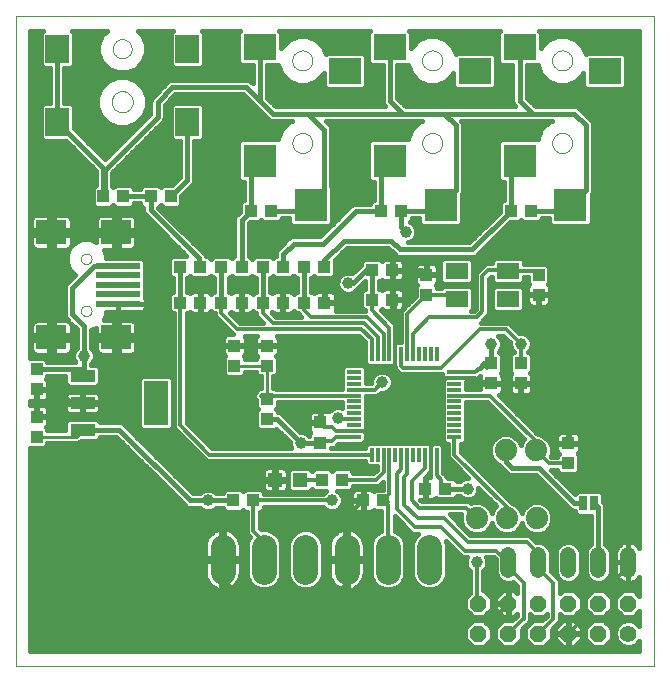
<source format=gtl>
G75*
%MOIN*%
%OFA0B0*%
%FSLAX24Y24*%
%IPPOS*%
%LPD*%
%AMOC8*
5,1,8,0,0,1.08239X$1,22.5*
%
%ADD10C,0.0000*%
%ADD11R,0.0827X0.0394*%
%ADD12R,0.0827X0.1457*%
%ADD13R,0.0394X0.0433*%
%ADD14R,0.0433X0.0394*%
%ADD15C,0.0740*%
%ADD16C,0.0520*%
%ADD17R,0.1496X0.0197*%
%ADD18R,0.0984X0.0787*%
%ADD19R,0.1102X0.0866*%
%ADD20R,0.1102X0.1102*%
%ADD21C,0.0560*%
%ADD22OC8,0.0560*%
%ADD23C,0.0840*%
%ADD24R,0.0748X0.0551*%
%ADD25R,0.0472X0.0472*%
%ADD26R,0.0120X0.0470*%
%ADD27R,0.0470X0.0120*%
%ADD28R,0.0787X0.0945*%
%ADD29R,0.0250X0.0500*%
%ADD30C,0.0100*%
%ADD31C,0.0120*%
%ADD32C,0.0160*%
%ADD33C,0.0396*%
D10*
X000205Y000542D02*
X000205Y022195D01*
X021465Y022195D01*
X021465Y000542D01*
X000205Y000542D01*
X002370Y012373D02*
X002372Y012399D01*
X002378Y012425D01*
X002388Y012450D01*
X002401Y012473D01*
X002417Y012493D01*
X002437Y012511D01*
X002459Y012526D01*
X002482Y012538D01*
X002508Y012546D01*
X002534Y012550D01*
X002560Y012550D01*
X002586Y012546D01*
X002612Y012538D01*
X002636Y012526D01*
X002657Y012511D01*
X002677Y012493D01*
X002693Y012473D01*
X002706Y012450D01*
X002716Y012425D01*
X002722Y012399D01*
X002724Y012373D01*
X002722Y012347D01*
X002716Y012321D01*
X002706Y012296D01*
X002693Y012273D01*
X002677Y012253D01*
X002657Y012235D01*
X002635Y012220D01*
X002612Y012208D01*
X002586Y012200D01*
X002560Y012196D01*
X002534Y012196D01*
X002508Y012200D01*
X002482Y012208D01*
X002458Y012220D01*
X002437Y012235D01*
X002417Y012253D01*
X002401Y012273D01*
X002388Y012296D01*
X002378Y012321D01*
X002372Y012347D01*
X002370Y012373D01*
X002370Y014105D02*
X002372Y014131D01*
X002378Y014157D01*
X002388Y014182D01*
X002401Y014205D01*
X002417Y014225D01*
X002437Y014243D01*
X002459Y014258D01*
X002482Y014270D01*
X002508Y014278D01*
X002534Y014282D01*
X002560Y014282D01*
X002586Y014278D01*
X002612Y014270D01*
X002636Y014258D01*
X002657Y014243D01*
X002677Y014225D01*
X002693Y014205D01*
X002706Y014182D01*
X002716Y014157D01*
X002722Y014131D01*
X002724Y014105D01*
X002722Y014079D01*
X002716Y014053D01*
X002706Y014028D01*
X002693Y014005D01*
X002677Y013985D01*
X002657Y013967D01*
X002635Y013952D01*
X002612Y013940D01*
X002586Y013932D01*
X002560Y013928D01*
X002534Y013928D01*
X002508Y013932D01*
X002482Y013940D01*
X002458Y013952D01*
X002437Y013967D01*
X002417Y013985D01*
X002401Y014005D01*
X002388Y014028D01*
X002378Y014053D01*
X002372Y014079D01*
X002370Y014105D01*
X003394Y019341D02*
X003396Y019378D01*
X003402Y019415D01*
X003411Y019450D01*
X003425Y019485D01*
X003441Y019518D01*
X003462Y019549D01*
X003485Y019578D01*
X003511Y019604D01*
X003540Y019627D01*
X003571Y019648D01*
X003604Y019664D01*
X003639Y019678D01*
X003674Y019687D01*
X003711Y019693D01*
X003748Y019695D01*
X003785Y019693D01*
X003822Y019687D01*
X003857Y019678D01*
X003892Y019664D01*
X003925Y019648D01*
X003956Y019627D01*
X003985Y019604D01*
X004011Y019578D01*
X004034Y019549D01*
X004055Y019518D01*
X004071Y019485D01*
X004085Y019450D01*
X004094Y019415D01*
X004100Y019378D01*
X004102Y019341D01*
X004100Y019304D01*
X004094Y019267D01*
X004085Y019232D01*
X004071Y019197D01*
X004055Y019164D01*
X004034Y019133D01*
X004011Y019104D01*
X003985Y019078D01*
X003956Y019055D01*
X003925Y019034D01*
X003892Y019018D01*
X003857Y019004D01*
X003822Y018995D01*
X003785Y018989D01*
X003748Y018987D01*
X003711Y018989D01*
X003674Y018995D01*
X003639Y019004D01*
X003604Y019018D01*
X003571Y019034D01*
X003540Y019055D01*
X003511Y019078D01*
X003485Y019104D01*
X003462Y019133D01*
X003441Y019164D01*
X003425Y019197D01*
X003411Y019232D01*
X003402Y019267D01*
X003396Y019304D01*
X003394Y019341D01*
X003433Y021113D02*
X003435Y021148D01*
X003441Y021183D01*
X003451Y021217D01*
X003464Y021250D01*
X003481Y021281D01*
X003502Y021309D01*
X003525Y021336D01*
X003552Y021359D01*
X003580Y021380D01*
X003611Y021397D01*
X003644Y021410D01*
X003678Y021420D01*
X003713Y021426D01*
X003748Y021428D01*
X003783Y021426D01*
X003818Y021420D01*
X003852Y021410D01*
X003885Y021397D01*
X003916Y021380D01*
X003944Y021359D01*
X003971Y021336D01*
X003994Y021309D01*
X004015Y021281D01*
X004032Y021250D01*
X004045Y021217D01*
X004055Y021183D01*
X004061Y021148D01*
X004063Y021113D01*
X004061Y021078D01*
X004055Y021043D01*
X004045Y021009D01*
X004032Y020976D01*
X004015Y020945D01*
X003994Y020917D01*
X003971Y020890D01*
X003944Y020867D01*
X003916Y020846D01*
X003885Y020829D01*
X003852Y020816D01*
X003818Y020806D01*
X003783Y020800D01*
X003748Y020798D01*
X003713Y020800D01*
X003678Y020806D01*
X003644Y020816D01*
X003611Y020829D01*
X003580Y020846D01*
X003552Y020867D01*
X003525Y020890D01*
X003502Y020917D01*
X003481Y020945D01*
X003464Y020976D01*
X003451Y021009D01*
X003441Y021043D01*
X003435Y021078D01*
X003433Y021113D01*
X009417Y020719D02*
X009419Y020755D01*
X009425Y020791D01*
X009435Y020826D01*
X009448Y020860D01*
X009465Y020892D01*
X009485Y020922D01*
X009509Y020949D01*
X009535Y020974D01*
X009564Y020996D01*
X009595Y021015D01*
X009628Y021030D01*
X009662Y021042D01*
X009698Y021050D01*
X009734Y021054D01*
X009770Y021054D01*
X009806Y021050D01*
X009842Y021042D01*
X009876Y021030D01*
X009909Y021015D01*
X009940Y020996D01*
X009969Y020974D01*
X009995Y020949D01*
X010019Y020922D01*
X010039Y020892D01*
X010056Y020860D01*
X010069Y020826D01*
X010079Y020791D01*
X010085Y020755D01*
X010087Y020719D01*
X010085Y020683D01*
X010079Y020647D01*
X010069Y020612D01*
X010056Y020578D01*
X010039Y020546D01*
X010019Y020516D01*
X009995Y020489D01*
X009969Y020464D01*
X009940Y020442D01*
X009909Y020423D01*
X009876Y020408D01*
X009842Y020396D01*
X009806Y020388D01*
X009770Y020384D01*
X009734Y020384D01*
X009698Y020388D01*
X009662Y020396D01*
X009628Y020408D01*
X009595Y020423D01*
X009564Y020442D01*
X009535Y020464D01*
X009509Y020489D01*
X009485Y020516D01*
X009465Y020546D01*
X009448Y020578D01*
X009435Y020612D01*
X009425Y020647D01*
X009419Y020683D01*
X009417Y020719D01*
X009417Y017963D02*
X009419Y017999D01*
X009425Y018035D01*
X009435Y018070D01*
X009448Y018104D01*
X009465Y018136D01*
X009485Y018166D01*
X009509Y018193D01*
X009535Y018218D01*
X009564Y018240D01*
X009595Y018259D01*
X009628Y018274D01*
X009662Y018286D01*
X009698Y018294D01*
X009734Y018298D01*
X009770Y018298D01*
X009806Y018294D01*
X009842Y018286D01*
X009876Y018274D01*
X009909Y018259D01*
X009940Y018240D01*
X009969Y018218D01*
X009995Y018193D01*
X010019Y018166D01*
X010039Y018136D01*
X010056Y018104D01*
X010069Y018070D01*
X010079Y018035D01*
X010085Y017999D01*
X010087Y017963D01*
X010085Y017927D01*
X010079Y017891D01*
X010069Y017856D01*
X010056Y017822D01*
X010039Y017790D01*
X010019Y017760D01*
X009995Y017733D01*
X009969Y017708D01*
X009940Y017686D01*
X009909Y017667D01*
X009876Y017652D01*
X009842Y017640D01*
X009806Y017632D01*
X009770Y017628D01*
X009734Y017628D01*
X009698Y017632D01*
X009662Y017640D01*
X009628Y017652D01*
X009595Y017667D01*
X009564Y017686D01*
X009535Y017708D01*
X009509Y017733D01*
X009485Y017760D01*
X009465Y017790D01*
X009448Y017822D01*
X009435Y017856D01*
X009425Y017891D01*
X009419Y017927D01*
X009417Y017963D01*
X013748Y017963D02*
X013750Y017999D01*
X013756Y018035D01*
X013766Y018070D01*
X013779Y018104D01*
X013796Y018136D01*
X013816Y018166D01*
X013840Y018193D01*
X013866Y018218D01*
X013895Y018240D01*
X013926Y018259D01*
X013959Y018274D01*
X013993Y018286D01*
X014029Y018294D01*
X014065Y018298D01*
X014101Y018298D01*
X014137Y018294D01*
X014173Y018286D01*
X014207Y018274D01*
X014240Y018259D01*
X014271Y018240D01*
X014300Y018218D01*
X014326Y018193D01*
X014350Y018166D01*
X014370Y018136D01*
X014387Y018104D01*
X014400Y018070D01*
X014410Y018035D01*
X014416Y017999D01*
X014418Y017963D01*
X014416Y017927D01*
X014410Y017891D01*
X014400Y017856D01*
X014387Y017822D01*
X014370Y017790D01*
X014350Y017760D01*
X014326Y017733D01*
X014300Y017708D01*
X014271Y017686D01*
X014240Y017667D01*
X014207Y017652D01*
X014173Y017640D01*
X014137Y017632D01*
X014101Y017628D01*
X014065Y017628D01*
X014029Y017632D01*
X013993Y017640D01*
X013959Y017652D01*
X013926Y017667D01*
X013895Y017686D01*
X013866Y017708D01*
X013840Y017733D01*
X013816Y017760D01*
X013796Y017790D01*
X013779Y017822D01*
X013766Y017856D01*
X013756Y017891D01*
X013750Y017927D01*
X013748Y017963D01*
X013748Y020719D02*
X013750Y020755D01*
X013756Y020791D01*
X013766Y020826D01*
X013779Y020860D01*
X013796Y020892D01*
X013816Y020922D01*
X013840Y020949D01*
X013866Y020974D01*
X013895Y020996D01*
X013926Y021015D01*
X013959Y021030D01*
X013993Y021042D01*
X014029Y021050D01*
X014065Y021054D01*
X014101Y021054D01*
X014137Y021050D01*
X014173Y021042D01*
X014207Y021030D01*
X014240Y021015D01*
X014271Y020996D01*
X014300Y020974D01*
X014326Y020949D01*
X014350Y020922D01*
X014370Y020892D01*
X014387Y020860D01*
X014400Y020826D01*
X014410Y020791D01*
X014416Y020755D01*
X014418Y020719D01*
X014416Y020683D01*
X014410Y020647D01*
X014400Y020612D01*
X014387Y020578D01*
X014370Y020546D01*
X014350Y020516D01*
X014326Y020489D01*
X014300Y020464D01*
X014271Y020442D01*
X014240Y020423D01*
X014207Y020408D01*
X014173Y020396D01*
X014137Y020388D01*
X014101Y020384D01*
X014065Y020384D01*
X014029Y020388D01*
X013993Y020396D01*
X013959Y020408D01*
X013926Y020423D01*
X013895Y020442D01*
X013866Y020464D01*
X013840Y020489D01*
X013816Y020516D01*
X013796Y020546D01*
X013779Y020578D01*
X013766Y020612D01*
X013756Y020647D01*
X013750Y020683D01*
X013748Y020719D01*
X018078Y020719D02*
X018080Y020755D01*
X018086Y020791D01*
X018096Y020826D01*
X018109Y020860D01*
X018126Y020892D01*
X018146Y020922D01*
X018170Y020949D01*
X018196Y020974D01*
X018225Y020996D01*
X018256Y021015D01*
X018289Y021030D01*
X018323Y021042D01*
X018359Y021050D01*
X018395Y021054D01*
X018431Y021054D01*
X018467Y021050D01*
X018503Y021042D01*
X018537Y021030D01*
X018570Y021015D01*
X018601Y020996D01*
X018630Y020974D01*
X018656Y020949D01*
X018680Y020922D01*
X018700Y020892D01*
X018717Y020860D01*
X018730Y020826D01*
X018740Y020791D01*
X018746Y020755D01*
X018748Y020719D01*
X018746Y020683D01*
X018740Y020647D01*
X018730Y020612D01*
X018717Y020578D01*
X018700Y020546D01*
X018680Y020516D01*
X018656Y020489D01*
X018630Y020464D01*
X018601Y020442D01*
X018570Y020423D01*
X018537Y020408D01*
X018503Y020396D01*
X018467Y020388D01*
X018431Y020384D01*
X018395Y020384D01*
X018359Y020388D01*
X018323Y020396D01*
X018289Y020408D01*
X018256Y020423D01*
X018225Y020442D01*
X018196Y020464D01*
X018170Y020489D01*
X018146Y020516D01*
X018126Y020546D01*
X018109Y020578D01*
X018096Y020612D01*
X018086Y020647D01*
X018080Y020683D01*
X018078Y020719D01*
X018078Y017963D02*
X018080Y017999D01*
X018086Y018035D01*
X018096Y018070D01*
X018109Y018104D01*
X018126Y018136D01*
X018146Y018166D01*
X018170Y018193D01*
X018196Y018218D01*
X018225Y018240D01*
X018256Y018259D01*
X018289Y018274D01*
X018323Y018286D01*
X018359Y018294D01*
X018395Y018298D01*
X018431Y018298D01*
X018467Y018294D01*
X018503Y018286D01*
X018537Y018274D01*
X018570Y018259D01*
X018601Y018240D01*
X018630Y018218D01*
X018656Y018193D01*
X018680Y018166D01*
X018700Y018136D01*
X018717Y018104D01*
X018730Y018070D01*
X018740Y018035D01*
X018746Y017999D01*
X018748Y017963D01*
X018746Y017927D01*
X018740Y017891D01*
X018730Y017856D01*
X018717Y017822D01*
X018700Y017790D01*
X018680Y017760D01*
X018656Y017733D01*
X018630Y017708D01*
X018601Y017686D01*
X018570Y017667D01*
X018537Y017652D01*
X018503Y017640D01*
X018467Y017632D01*
X018431Y017628D01*
X018395Y017628D01*
X018359Y017632D01*
X018323Y017640D01*
X018289Y017652D01*
X018256Y017667D01*
X018225Y017686D01*
X018196Y017708D01*
X018170Y017733D01*
X018146Y017760D01*
X018126Y017790D01*
X018109Y017822D01*
X018096Y017856D01*
X018086Y017891D01*
X018080Y017927D01*
X018078Y017963D01*
D11*
X002429Y010207D03*
X002429Y009302D03*
X002429Y008396D03*
D12*
X004870Y009302D03*
D13*
X007488Y010542D03*
X007488Y011211D03*
X007724Y013829D03*
X007055Y013829D03*
X006346Y013829D03*
X005677Y013829D03*
X005362Y016191D03*
X004693Y016191D03*
X003787Y016191D03*
X003118Y016191D03*
X008039Y015699D03*
X008709Y015699D03*
X008433Y013829D03*
X009102Y013829D03*
X009811Y013829D03*
X010480Y013829D03*
X012370Y015699D03*
X013039Y015699D03*
X013886Y013573D03*
X013886Y012904D03*
X016051Y010621D03*
X016051Y009951D03*
X017035Y009951D03*
X017035Y010621D03*
X017626Y012904D03*
X017626Y013573D03*
X017370Y015699D03*
X016701Y015699D03*
X010343Y008652D03*
X010343Y007983D03*
X010402Y006743D03*
X011071Y006743D03*
X008118Y006054D03*
X007449Y006054D03*
X000894Y008180D03*
X000894Y008849D03*
X000894Y009754D03*
X000894Y010424D03*
D14*
X005677Y012648D03*
X006346Y012648D03*
X007055Y012648D03*
X007724Y012648D03*
X008433Y012648D03*
X009102Y012648D03*
X009811Y012648D03*
X010480Y012648D03*
X012075Y012747D03*
X012744Y012747D03*
X012744Y013731D03*
X012075Y013731D03*
X008571Y011211D03*
X008571Y010542D03*
X008571Y009440D03*
X008571Y008770D03*
X011780Y006054D03*
X012449Y006054D03*
X013846Y006447D03*
X014516Y006447D03*
X018610Y007294D03*
X018610Y007963D03*
D15*
X017528Y007727D03*
X016528Y007727D03*
X016559Y005463D03*
X015559Y005463D03*
X017559Y005463D03*
D16*
X017610Y004247D02*
X017610Y003727D01*
X016610Y003727D02*
X016610Y004247D01*
X018610Y004247D02*
X018610Y003727D01*
X019610Y003727D02*
X019610Y004247D01*
X020610Y004247D02*
X020610Y003727D01*
D17*
X003610Y012609D03*
X003610Y012924D03*
X003610Y013239D03*
X003610Y013554D03*
X003610Y013869D03*
D18*
X003551Y014991D03*
X001386Y014991D03*
X001386Y011487D03*
X003551Y011487D03*
D19*
X011169Y020365D03*
X012665Y021152D03*
X015500Y020365D03*
X016996Y021152D03*
X019831Y020365D03*
X008335Y021152D03*
D20*
X008335Y017373D03*
X010028Y015916D03*
X012665Y017373D03*
X014358Y015916D03*
X016996Y017373D03*
X018689Y015916D03*
D21*
X020618Y001617D03*
D22*
X020618Y002617D03*
X019618Y002617D03*
X018618Y002617D03*
X017618Y002617D03*
X016618Y002617D03*
X015618Y002617D03*
X015618Y001617D03*
X016618Y001617D03*
X017618Y001617D03*
X018618Y001617D03*
X019618Y001617D03*
D23*
X013984Y003665D02*
X013984Y004505D01*
X012606Y004505D02*
X012606Y003665D01*
X011228Y003665D02*
X011228Y004505D01*
X009850Y004505D02*
X009850Y003665D01*
X008472Y003665D02*
X008472Y004505D01*
X007094Y004505D02*
X007094Y003665D01*
D24*
X014890Y012766D03*
X014890Y013711D03*
X016622Y013711D03*
X016622Y012766D03*
D25*
X009673Y006743D03*
X008846Y006743D03*
D26*
X012065Y007579D03*
X012262Y007579D03*
X012459Y007579D03*
X012656Y007579D03*
X012852Y007579D03*
X013049Y007579D03*
X013246Y007579D03*
X013443Y007579D03*
X013640Y007579D03*
X013837Y007579D03*
X014033Y007579D03*
X014230Y007579D03*
X014230Y010926D03*
X014033Y010926D03*
X013837Y010926D03*
X013640Y010926D03*
X013443Y010926D03*
X013246Y010926D03*
X013049Y010926D03*
X012852Y010926D03*
X012656Y010926D03*
X012459Y010926D03*
X012262Y010926D03*
X012065Y010926D03*
D27*
X011474Y010335D03*
X011474Y010138D03*
X011474Y009941D03*
X011474Y009745D03*
X011474Y009548D03*
X011474Y009351D03*
X011474Y009154D03*
X011474Y008957D03*
X011474Y008760D03*
X011474Y008564D03*
X011474Y008367D03*
X011474Y008170D03*
X014821Y008170D03*
X014821Y008367D03*
X014821Y008564D03*
X014821Y008760D03*
X014821Y008957D03*
X014821Y009154D03*
X014821Y009351D03*
X014821Y009548D03*
X014821Y009745D03*
X014821Y009941D03*
X014821Y010138D03*
X014821Y010335D03*
D28*
X005913Y018672D03*
X005913Y021113D03*
X001583Y021113D03*
X001583Y018672D03*
D29*
X019122Y005955D03*
X019476Y005955D03*
D30*
X008571Y009440D02*
X008571Y010542D01*
X007488Y010542D01*
X007488Y011211D02*
X008571Y011211D01*
X003610Y011546D02*
X003610Y012609D01*
X003610Y011546D02*
X003551Y011487D01*
X003551Y009695D01*
X003157Y009302D01*
X002429Y009302D01*
X002075Y009302D01*
X001622Y009754D01*
X000894Y009754D01*
X000894Y008849D01*
X000894Y008180D02*
X002213Y008180D01*
X002429Y008396D01*
D31*
X005677Y008554D02*
X006652Y007579D01*
X012065Y007579D01*
X012459Y007579D02*
X012459Y006989D01*
X012213Y006743D01*
X011071Y006743D01*
X010402Y006743D02*
X009673Y006743D01*
X010736Y006054D02*
X008118Y006054D01*
X008118Y005030D01*
X008472Y004676D01*
X008472Y004085D01*
X011228Y004085D02*
X011228Y005502D01*
X011780Y006054D01*
X012449Y006054D02*
X012656Y006260D01*
X012656Y007579D01*
X013049Y007579D02*
X013049Y007087D01*
X012902Y006940D01*
X012902Y005758D01*
X013492Y005168D01*
X014378Y005168D01*
X015165Y004380D01*
X016217Y004380D01*
X016610Y003987D01*
X016610Y003821D01*
X017134Y003298D01*
X017134Y002117D01*
X017118Y002117D01*
X016618Y001617D01*
X016150Y002117D02*
X014969Y002117D01*
X015559Y002676D02*
X015618Y002617D01*
X015559Y002676D02*
X015559Y003987D01*
X015264Y004676D02*
X014476Y005463D01*
X013591Y005463D01*
X013148Y005906D01*
X013148Y006841D01*
X013246Y006940D01*
X013246Y007579D01*
X013837Y007579D02*
X013837Y007136D01*
X013394Y006693D01*
X013394Y006054D01*
X013640Y005808D01*
X015215Y005808D01*
X015559Y005463D01*
X015264Y004676D02*
X017232Y004676D01*
X017626Y004282D01*
X017626Y004002D01*
X017610Y003987D01*
X017610Y003806D01*
X018118Y003298D01*
X018118Y002117D01*
X017618Y001617D01*
X018618Y001617D02*
X019102Y002101D01*
X019102Y002904D01*
X019398Y003199D01*
X019988Y003199D01*
X020610Y003821D01*
X018610Y007294D02*
X017961Y007294D01*
X017528Y007727D01*
X017528Y008022D01*
X016002Y009548D01*
X014821Y009548D01*
X014821Y010138D02*
X013197Y010138D01*
X013197Y009006D01*
X013197Y008810D01*
X014033Y007973D01*
X014033Y007579D01*
X014033Y006890D01*
X013886Y006743D01*
X013886Y006487D01*
X013846Y006447D01*
X014378Y006585D02*
X014378Y006743D01*
X014230Y006890D01*
X014230Y007579D01*
X014821Y007579D02*
X014821Y008170D01*
X014821Y007579D02*
X016559Y005841D01*
X016559Y005463D01*
X014516Y006447D02*
X014378Y006585D01*
X012606Y006014D02*
X012449Y006054D01*
X012606Y005896D01*
X012606Y004085D01*
X016150Y002117D02*
X016618Y002585D01*
X016618Y002632D01*
X011474Y008170D02*
X010884Y008170D01*
X010736Y008022D01*
X010382Y008022D01*
X010343Y007983D01*
X010480Y008514D02*
X010343Y008652D01*
X010480Y008514D02*
X010736Y008514D01*
X010884Y008367D01*
X011474Y008367D01*
X012557Y008367D01*
X013197Y009006D01*
X013197Y010138D02*
X013148Y010138D01*
X012852Y010434D01*
X012852Y010926D01*
X012852Y012638D01*
X012744Y012747D01*
X013246Y012264D02*
X013886Y012904D01*
X014752Y012904D01*
X014890Y012766D01*
X015559Y012156D02*
X015756Y012353D01*
X015756Y013534D01*
X015953Y013731D01*
X016602Y013731D01*
X016622Y013711D01*
X017488Y013711D01*
X017626Y013573D01*
X016543Y011762D02*
X017035Y011270D01*
X017035Y010621D01*
X016996Y010621D01*
X017035Y009951D02*
X016051Y009951D01*
X015963Y009991D01*
X015657Y009991D01*
X015510Y010138D01*
X014821Y010138D01*
X014821Y010335D02*
X015510Y010335D01*
X015657Y010483D01*
X015907Y010483D02*
X016051Y010627D01*
X016051Y010621D02*
X015907Y010483D01*
X015657Y011762D02*
X016543Y011762D01*
X015657Y011762D02*
X014378Y010483D01*
X013098Y010483D01*
X013049Y010532D01*
X013049Y010926D01*
X013246Y010926D02*
X013246Y012264D01*
X013443Y011615D02*
X013984Y012156D01*
X015559Y012156D01*
X013886Y013573D02*
X013728Y013731D01*
X012744Y013731D01*
X012075Y012747D02*
X012075Y012392D01*
X012656Y011812D01*
X012656Y010926D01*
X012459Y010926D02*
X012459Y011615D01*
X011917Y012156D01*
X010047Y012156D01*
X009811Y012392D01*
X009811Y012648D01*
X010480Y012648D02*
X010490Y012658D01*
X010490Y013239D01*
X009112Y013239D02*
X009112Y012658D01*
X009102Y012648D01*
X008433Y012648D02*
X008433Y012294D01*
X008768Y011959D01*
X011819Y011959D01*
X012262Y011516D01*
X012262Y010926D01*
X012065Y010926D02*
X012065Y011418D01*
X011720Y011762D01*
X007587Y011762D01*
X007055Y012294D01*
X007055Y012648D01*
X007724Y012648D02*
X007734Y012658D01*
X007734Y013239D01*
X006356Y013239D02*
X006356Y012658D01*
X006346Y012648D01*
X005677Y012648D02*
X005677Y008554D01*
X008374Y009548D02*
X008571Y009440D01*
X008374Y009548D02*
X011474Y009548D01*
X011474Y009745D02*
X012163Y009745D01*
X012409Y009991D01*
X013443Y010926D02*
X013443Y011615D01*
X011474Y008760D02*
X010982Y008760D01*
X010933Y008810D01*
D32*
X011079Y009137D02*
X011004Y009168D01*
X010862Y009168D01*
X010730Y009113D01*
X010637Y009020D01*
X010609Y009036D01*
X010563Y009049D01*
X010361Y009049D01*
X010361Y008671D01*
X010324Y008671D01*
X010324Y009049D01*
X010122Y009049D01*
X010076Y009036D01*
X010035Y009013D01*
X010002Y008979D01*
X009978Y008938D01*
X009966Y008892D01*
X009966Y008671D01*
X010324Y008671D01*
X010324Y008634D01*
X009966Y008634D01*
X009966Y008412D01*
X009978Y008366D01*
X010002Y008325D01*
X010023Y008303D01*
X009986Y008266D01*
X009986Y008213D01*
X009969Y008213D01*
X009906Y008277D01*
X009774Y008331D01*
X009684Y008331D01*
X009109Y008906D01*
X009041Y008974D01*
X008953Y009010D01*
X008947Y009010D01*
X008947Y009033D01*
X008876Y009105D01*
X008947Y009176D01*
X008947Y009328D01*
X011079Y009328D01*
X011079Y009137D01*
X011079Y009259D02*
X008947Y009259D01*
X008880Y009101D02*
X010718Y009101D01*
X010361Y008942D02*
X010324Y008942D01*
X010324Y008784D02*
X010361Y008784D01*
X009966Y008784D02*
X009231Y008784D01*
X009073Y008942D02*
X009980Y008942D01*
X009966Y008625D02*
X009390Y008625D01*
X009548Y008467D02*
X009966Y008467D01*
X010018Y008308D02*
X009829Y008308D01*
X009703Y007973D02*
X008906Y008770D01*
X008571Y008770D01*
X008888Y008448D02*
X009345Y007992D01*
X009345Y007902D01*
X009387Y007799D01*
X006743Y007799D01*
X005897Y008645D01*
X005897Y012291D01*
X005960Y012291D01*
X005998Y012329D01*
X006019Y012307D01*
X006060Y012284D01*
X006106Y012271D01*
X006328Y012271D01*
X006328Y012630D01*
X006365Y012630D01*
X006365Y012271D01*
X006587Y012271D01*
X006632Y012284D01*
X006674Y012307D01*
X006707Y012341D01*
X006713Y012351D01*
X006772Y012291D01*
X006835Y012291D01*
X006835Y012203D01*
X006964Y012074D01*
X007367Y011671D01*
X007430Y011608D01*
X007268Y011608D01*
X007222Y011595D01*
X007181Y011572D01*
X007147Y011538D01*
X007124Y011497D01*
X007111Y011451D01*
X007111Y011230D01*
X007470Y011230D01*
X007470Y011193D01*
X007111Y011193D01*
X007111Y010971D01*
X007124Y010925D01*
X007147Y010884D01*
X007169Y010862D01*
X007131Y010825D01*
X007131Y010259D01*
X007225Y010165D01*
X007751Y010165D01*
X007845Y010259D01*
X007845Y010332D01*
X008194Y010332D01*
X008194Y010279D01*
X008288Y010185D01*
X008361Y010185D01*
X008361Y009796D01*
X008288Y009796D01*
X008225Y009734D01*
X008225Y009733D01*
X008194Y009703D01*
X008194Y009679D01*
X008154Y009639D01*
X008154Y009604D01*
X008137Y009574D01*
X008154Y009516D01*
X008154Y009457D01*
X008178Y009432D01*
X008188Y009399D01*
X008194Y009396D01*
X008194Y009176D01*
X008266Y009105D01*
X008194Y009033D01*
X008194Y008507D01*
X008288Y008413D01*
X008854Y008413D01*
X008888Y008448D01*
X009028Y008308D02*
X006234Y008308D01*
X006392Y008150D02*
X009186Y008150D01*
X009345Y007991D02*
X006551Y007991D01*
X006709Y007833D02*
X009373Y007833D01*
X009703Y007973D02*
X010333Y007973D01*
X010343Y007983D01*
X010699Y007802D02*
X010827Y007802D01*
X010956Y007931D01*
X010975Y007950D01*
X011776Y007950D01*
X011869Y008044D01*
X011869Y008224D01*
X011877Y008237D01*
X011889Y008283D01*
X011889Y008367D01*
X011889Y008450D01*
X011877Y008496D01*
X011869Y008510D01*
X011869Y009525D01*
X012255Y009525D01*
X012362Y009633D01*
X012481Y009633D01*
X012612Y009687D01*
X012713Y009788D01*
X012768Y009919D01*
X012768Y010062D01*
X012713Y010194D01*
X012612Y010294D01*
X012481Y010349D01*
X012338Y010349D01*
X012207Y010294D01*
X012106Y010194D01*
X012051Y010062D01*
X012051Y009965D01*
X011869Y009965D01*
X011869Y010461D01*
X011776Y010555D01*
X011173Y010555D01*
X011079Y010461D01*
X011079Y009768D01*
X008882Y009768D01*
X008854Y009796D01*
X008781Y009796D01*
X008781Y010185D01*
X008854Y010185D01*
X008947Y010279D01*
X008947Y010805D01*
X008888Y010864D01*
X008898Y010870D01*
X008931Y010904D01*
X008955Y010945D01*
X008967Y010991D01*
X008967Y011193D01*
X008589Y011193D01*
X008589Y011230D01*
X008967Y011230D01*
X008967Y011432D01*
X008955Y011477D01*
X008931Y011519D01*
X008908Y011542D01*
X011629Y011542D01*
X011845Y011327D01*
X011845Y010624D01*
X011939Y010531D01*
X012709Y010531D01*
X012723Y010523D01*
X012769Y010511D01*
X012829Y010511D01*
X012829Y010441D01*
X012878Y010392D01*
X013007Y010263D01*
X014417Y010263D01*
X014406Y010222D01*
X014406Y010138D01*
X014406Y010055D01*
X014418Y010009D01*
X014426Y009995D01*
X014426Y008044D01*
X014520Y007950D01*
X014601Y007950D01*
X014601Y007488D01*
X014730Y007359D01*
X015284Y006805D01*
X015193Y006805D01*
X015061Y006751D01*
X014997Y006687D01*
X014892Y006687D01*
X014892Y006710D01*
X014799Y006804D01*
X014598Y006804D01*
X014598Y006834D01*
X014469Y006963D01*
X014450Y006981D01*
X014450Y007881D01*
X014357Y007974D01*
X014176Y007974D01*
X014163Y007982D01*
X014117Y007994D01*
X014033Y007994D01*
X013950Y007994D01*
X013904Y007982D01*
X013891Y007974D01*
X011939Y007974D01*
X011845Y007881D01*
X011845Y007799D01*
X010699Y007799D01*
X010699Y007802D01*
X010858Y007833D02*
X011845Y007833D01*
X011817Y007991D02*
X013939Y007991D01*
X014033Y007991D02*
X014033Y007991D01*
X014033Y007994D02*
X014033Y007904D01*
X014033Y007904D01*
X014033Y007904D01*
X014033Y007994D01*
X014128Y007991D02*
X014478Y007991D01*
X014450Y007833D02*
X014601Y007833D01*
X014601Y007674D02*
X014450Y007674D01*
X014450Y007516D02*
X014601Y007516D01*
X014732Y007357D02*
X014450Y007357D01*
X014450Y007199D02*
X014890Y007199D01*
X015049Y007040D02*
X014450Y007040D01*
X014550Y006882D02*
X015207Y006882D01*
X015033Y006723D02*
X014879Y006723D01*
X014531Y006447D02*
X015264Y006447D01*
X014997Y006207D02*
X015061Y006144D01*
X015193Y006089D01*
X015335Y006089D01*
X015467Y006144D01*
X015567Y006245D01*
X015622Y006376D01*
X015622Y006467D01*
X016218Y005871D01*
X016110Y005763D01*
X016059Y005641D01*
X016008Y005763D01*
X015859Y005912D01*
X015664Y005993D01*
X015454Y005993D01*
X015373Y005960D01*
X015306Y006028D01*
X013731Y006028D01*
X013688Y006071D01*
X013828Y006071D01*
X013828Y006429D01*
X013865Y006429D01*
X013865Y006071D01*
X014087Y006071D01*
X014132Y006083D01*
X014174Y006106D01*
X014195Y006128D01*
X014233Y006091D01*
X014799Y006091D01*
X014892Y006184D01*
X014892Y006207D01*
X014997Y006207D01*
X015192Y006089D02*
X014144Y006089D01*
X013865Y006089D02*
X013828Y006089D01*
X013828Y006248D02*
X013865Y006248D01*
X013865Y006406D02*
X013828Y006406D01*
X013828Y006466D02*
X013828Y006817D01*
X013928Y006916D01*
X014010Y006999D01*
X014010Y006824D01*
X013865Y006824D01*
X013865Y006466D01*
X013828Y006466D01*
X013828Y006565D02*
X013865Y006565D01*
X013865Y006723D02*
X013828Y006723D01*
X013893Y006882D02*
X014010Y006882D01*
X014516Y006447D02*
X014524Y006455D01*
X014531Y006447D01*
X014663Y005588D02*
X015037Y005588D01*
X015029Y005569D01*
X015029Y005358D01*
X015110Y005163D01*
X015259Y005014D01*
X015454Y004933D01*
X015664Y004933D01*
X015859Y005014D01*
X016008Y005163D01*
X016059Y005285D01*
X016110Y005163D01*
X016259Y005014D01*
X016454Y004933D01*
X016664Y004933D01*
X016859Y005014D01*
X017008Y005163D01*
X017059Y005285D01*
X017110Y005163D01*
X017259Y005014D01*
X017454Y004933D01*
X017664Y004933D01*
X017859Y005014D01*
X018008Y005163D01*
X018089Y005358D01*
X018089Y005569D01*
X018008Y005763D01*
X017859Y005912D01*
X017664Y005993D01*
X017454Y005993D01*
X017259Y005912D01*
X017110Y005763D01*
X017059Y005641D01*
X017008Y005763D01*
X016859Y005912D01*
X016756Y005955D01*
X016650Y006061D01*
X015041Y007670D01*
X015041Y007950D01*
X015122Y007950D01*
X015216Y008044D01*
X015216Y009328D01*
X015911Y009328D01*
X017145Y008094D01*
X017078Y008027D01*
X017028Y007905D01*
X016977Y008027D01*
X016828Y008176D01*
X016633Y008257D01*
X016422Y008257D01*
X016227Y008176D01*
X016078Y008027D01*
X015998Y007832D01*
X015998Y007621D01*
X016078Y007427D01*
X016227Y007278D01*
X016312Y007243D01*
X016324Y007213D01*
X016392Y007145D01*
X016604Y006933D01*
X016692Y006896D01*
X017527Y006896D01*
X018604Y005819D01*
X018671Y005752D01*
X018759Y005715D01*
X018837Y005715D01*
X018837Y005639D01*
X018931Y005545D01*
X019370Y005545D01*
X019370Y004601D01*
X019254Y004485D01*
X019190Y004330D01*
X019190Y003643D01*
X019254Y003489D01*
X019372Y003371D01*
X019527Y003307D01*
X019694Y003307D01*
X019848Y003371D01*
X019966Y003489D01*
X020030Y003643D01*
X020030Y004330D01*
X019966Y004485D01*
X019850Y004601D01*
X019850Y005869D01*
X019814Y005957D01*
X019761Y006010D01*
X019761Y006272D01*
X019668Y006365D01*
X018931Y006365D01*
X018837Y006272D01*
X018837Y006265D01*
X018028Y007074D01*
X018234Y007074D01*
X018234Y007031D01*
X018327Y006937D01*
X018893Y006937D01*
X018987Y007031D01*
X018987Y007557D01*
X018927Y007616D01*
X018937Y007622D01*
X018971Y007656D01*
X018995Y007697D01*
X019007Y007743D01*
X019007Y007945D01*
X018629Y007945D01*
X018629Y007982D01*
X018592Y007982D01*
X018592Y008340D01*
X018370Y008340D01*
X018324Y008328D01*
X018283Y008304D01*
X018250Y008270D01*
X018226Y008229D01*
X018214Y008184D01*
X018214Y007982D01*
X018592Y007982D01*
X018592Y007945D01*
X018214Y007945D01*
X018214Y007743D01*
X018226Y007697D01*
X018250Y007656D01*
X018283Y007622D01*
X018293Y007616D01*
X018234Y007557D01*
X018234Y007514D01*
X018052Y007514D01*
X018024Y007541D01*
X018058Y007621D01*
X018058Y007832D01*
X017977Y008027D01*
X017828Y008176D01*
X017633Y008257D01*
X017604Y008257D01*
X016299Y009562D01*
X016318Y009567D01*
X016359Y009591D01*
X016392Y009624D01*
X016416Y009665D01*
X016428Y009711D01*
X016428Y009933D01*
X016070Y009933D01*
X016070Y009970D01*
X016428Y009970D01*
X016428Y010192D01*
X016416Y010237D01*
X016392Y010278D01*
X016370Y010300D01*
X016408Y010338D01*
X016408Y010903D01*
X016314Y010997D01*
X016291Y010997D01*
X016291Y011004D01*
X016355Y011067D01*
X016409Y011199D01*
X016409Y011341D01*
X016355Y011473D01*
X016285Y011542D01*
X016452Y011542D01*
X016677Y011317D01*
X016677Y011199D01*
X016732Y011067D01*
X016802Y010997D01*
X016772Y010997D01*
X016679Y010903D01*
X016679Y010338D01*
X016716Y010300D01*
X016695Y010278D01*
X016671Y010237D01*
X016659Y010192D01*
X016659Y009970D01*
X017017Y009970D01*
X017017Y009933D01*
X016659Y009933D01*
X016659Y009711D01*
X016671Y009665D01*
X016695Y009624D01*
X016728Y009591D01*
X016769Y009567D01*
X016815Y009555D01*
X017017Y009555D01*
X017017Y009933D01*
X017054Y009933D01*
X017054Y009970D01*
X017412Y009970D01*
X017412Y010192D01*
X017400Y010237D01*
X017376Y010278D01*
X017355Y010300D01*
X017392Y010338D01*
X017392Y010903D01*
X017299Y010997D01*
X017269Y010997D01*
X017339Y011067D01*
X017394Y011199D01*
X017394Y011341D01*
X017339Y011473D01*
X017238Y011574D01*
X017107Y011628D01*
X016988Y011628D01*
X016634Y011982D01*
X015696Y011982D01*
X015847Y012133D01*
X015976Y012262D01*
X015976Y013443D01*
X016044Y013511D01*
X016088Y013511D01*
X016088Y013369D01*
X016182Y013276D01*
X017062Y013276D01*
X017156Y013369D01*
X017156Y013491D01*
X017269Y013491D01*
X017269Y013291D01*
X017307Y013253D01*
X017285Y013231D01*
X017261Y013190D01*
X017249Y013144D01*
X017249Y012922D01*
X017608Y012922D01*
X017608Y012886D01*
X017644Y012886D01*
X017644Y012508D01*
X017847Y012508D01*
X017892Y012520D01*
X017933Y012543D01*
X017967Y012577D01*
X017991Y012618D01*
X018003Y012664D01*
X018003Y012886D01*
X017644Y012886D01*
X017644Y012922D01*
X018003Y012922D01*
X018003Y013144D01*
X017991Y013190D01*
X017967Y013231D01*
X017945Y013253D01*
X017983Y013291D01*
X017983Y013856D01*
X020985Y013856D01*
X020985Y014014D02*
X017156Y014014D01*
X017156Y014053D02*
X017062Y014147D01*
X016182Y014147D01*
X016088Y014053D01*
X016088Y013951D01*
X015862Y013951D01*
X015733Y013822D01*
X015536Y013625D01*
X015536Y012444D01*
X015468Y012376D01*
X015375Y012376D01*
X015424Y012424D01*
X015424Y013108D01*
X015330Y013202D01*
X014449Y013202D01*
X014372Y013124D01*
X014243Y013124D01*
X014243Y013187D01*
X014205Y013225D01*
X014227Y013246D01*
X014250Y013287D01*
X014263Y013333D01*
X014263Y013555D01*
X013904Y013555D01*
X013904Y013592D01*
X013867Y013592D01*
X013867Y013555D01*
X013509Y013555D01*
X013509Y013333D01*
X013521Y013287D01*
X013545Y013246D01*
X013567Y013225D01*
X013529Y013187D01*
X013529Y012858D01*
X013155Y012484D01*
X013026Y012355D01*
X013026Y011321D01*
X012995Y011321D01*
X012982Y011328D01*
X012936Y011341D01*
X012876Y011341D01*
X012876Y011903D01*
X012373Y012405D01*
X012395Y012427D01*
X012417Y012406D01*
X012458Y012382D01*
X012504Y012370D01*
X012726Y012370D01*
X012726Y012728D01*
X012763Y012728D01*
X012763Y012765D01*
X013141Y012765D01*
X013141Y012967D01*
X013128Y013013D01*
X013105Y013054D01*
X013071Y013087D01*
X013030Y013111D01*
X012984Y013123D01*
X012763Y013123D01*
X012763Y012765D01*
X012726Y012765D01*
X012726Y013123D01*
X012504Y013123D01*
X012458Y013111D01*
X012417Y013087D01*
X012395Y013066D01*
X012358Y013103D01*
X012315Y013103D01*
X012315Y013374D01*
X012358Y013374D01*
X012395Y013412D01*
X012417Y013390D01*
X012458Y013366D01*
X012504Y013354D01*
X012726Y013354D01*
X012726Y013712D01*
X012763Y013712D01*
X012763Y013749D01*
X013141Y013749D01*
X013141Y013951D01*
X013128Y013997D01*
X013105Y014038D01*
X013071Y014072D01*
X013030Y014095D01*
X012984Y014108D01*
X012763Y014108D01*
X012763Y013749D01*
X012726Y013749D01*
X012726Y014108D01*
X012504Y014108D01*
X012458Y014095D01*
X012417Y014072D01*
X012395Y014050D01*
X012358Y014088D01*
X011792Y014088D01*
X011698Y013994D01*
X011698Y013900D01*
X011416Y013618D01*
X011349Y013646D01*
X011206Y013646D01*
X011075Y013592D01*
X010974Y013491D01*
X010919Y013359D01*
X010919Y013217D01*
X010974Y013085D01*
X011075Y012984D01*
X011206Y012930D01*
X011349Y012930D01*
X011480Y012984D01*
X011581Y013085D01*
X011595Y013118D01*
X011629Y013152D01*
X011835Y013358D01*
X011835Y013103D01*
X011792Y013103D01*
X011698Y013010D01*
X011698Y012483D01*
X011792Y012390D01*
X011855Y012390D01*
X011855Y012376D01*
X010861Y012376D01*
X010865Y012382D01*
X010877Y012428D01*
X010877Y012630D01*
X010499Y012630D01*
X010499Y012667D01*
X010462Y012667D01*
X010462Y013025D01*
X010240Y013025D01*
X010194Y013013D01*
X010153Y012989D01*
X010132Y012967D01*
X010094Y013005D01*
X010051Y013005D01*
X010051Y013453D01*
X010074Y013453D01*
X010146Y013524D01*
X010217Y013453D01*
X010743Y013453D01*
X010837Y013546D01*
X010837Y014083D01*
X011229Y014475D01*
X012605Y014475D01*
X012797Y014284D01*
X012864Y014216D01*
X012952Y014180D01*
X015469Y014180D01*
X015557Y014216D01*
X015625Y014284D01*
X016664Y015323D01*
X016964Y015323D01*
X017035Y015394D01*
X017107Y015323D01*
X017633Y015323D01*
X017727Y015417D01*
X017727Y015459D01*
X017978Y015459D01*
X017978Y015298D01*
X018072Y015205D01*
X019306Y015205D01*
X019400Y015298D01*
X019400Y016248D01*
X019404Y016252D01*
X019441Y016341D01*
X019441Y018601D01*
X019404Y018690D01*
X018943Y019151D01*
X018855Y019187D01*
X017529Y019187D01*
X017236Y019480D01*
X017236Y020559D01*
X017599Y020559D01*
X017599Y020557D01*
X017723Y020258D01*
X017952Y020028D01*
X018251Y019904D01*
X018575Y019904D01*
X018875Y020028D01*
X019104Y020258D01*
X019120Y020295D01*
X019120Y019865D01*
X019213Y019772D01*
X020448Y019772D01*
X020542Y019865D01*
X020542Y020864D01*
X020448Y020958D01*
X019213Y020958D01*
X019201Y020946D01*
X019104Y021180D01*
X018875Y021410D01*
X018575Y021534D01*
X018251Y021534D01*
X017952Y021410D01*
X017723Y021180D01*
X017707Y021143D01*
X017707Y021651D01*
X017643Y021715D01*
X020985Y021715D01*
X020985Y004480D01*
X020946Y004533D01*
X020897Y004582D01*
X020841Y004623D01*
X020779Y004655D01*
X020713Y004676D01*
X020645Y004687D01*
X020610Y004687D01*
X020576Y004687D01*
X020507Y004676D01*
X020441Y004655D01*
X020380Y004623D01*
X020324Y004582D01*
X020275Y004533D01*
X020234Y004477D01*
X020202Y004416D01*
X020181Y004350D01*
X020170Y004281D01*
X020170Y003987D01*
X020610Y003987D01*
X020610Y004687D01*
X020610Y003987D01*
X020610Y003987D01*
X020610Y003987D01*
X020170Y003987D01*
X020170Y003692D01*
X020181Y003624D01*
X020202Y003558D01*
X020234Y003496D01*
X020275Y003440D01*
X020324Y003391D01*
X020380Y003350D01*
X020441Y003319D01*
X020507Y003298D01*
X020576Y003287D01*
X020610Y003287D01*
X020610Y003987D01*
X020610Y003987D01*
X020610Y003287D01*
X020645Y003287D01*
X020713Y003298D01*
X020779Y003319D01*
X020841Y003350D01*
X020897Y003391D01*
X020946Y003440D01*
X020985Y003493D01*
X020985Y002872D01*
X020800Y003057D01*
X020436Y003057D01*
X020178Y002799D01*
X020178Y002434D01*
X020436Y002177D01*
X020800Y002177D01*
X020985Y002361D01*
X020985Y001872D01*
X020867Y001990D01*
X020706Y002057D01*
X020531Y002057D01*
X020369Y001990D01*
X020245Y001866D01*
X020178Y001704D01*
X020178Y001529D01*
X020245Y001367D01*
X020369Y001244D01*
X020531Y001177D01*
X020706Y001177D01*
X020867Y001244D01*
X020985Y001361D01*
X020985Y001022D01*
X000685Y001022D01*
X000685Y007803D01*
X001157Y007803D01*
X001251Y007897D01*
X001251Y007970D01*
X002300Y007970D01*
X002369Y008039D01*
X002909Y008039D01*
X003003Y008133D01*
X003003Y008176D01*
X003550Y008176D01*
X005808Y005918D01*
X005876Y005850D01*
X005964Y005814D01*
X006336Y005814D01*
X006400Y005750D01*
X006531Y005696D01*
X006674Y005696D01*
X006805Y005750D01*
X006869Y005814D01*
X007092Y005814D01*
X007092Y005771D01*
X007186Y005677D01*
X007712Y005677D01*
X007783Y005749D01*
X007855Y005677D01*
X007898Y005677D01*
X007898Y004939D01*
X007992Y004845D01*
X007981Y004834D01*
X007892Y004621D01*
X007892Y003550D01*
X007981Y003337D01*
X008144Y003173D01*
X008357Y003085D01*
X008588Y003085D01*
X008801Y003173D01*
X008964Y003337D01*
X009052Y003550D01*
X009052Y004621D01*
X008964Y004834D01*
X008801Y004997D01*
X008588Y005085D01*
X008374Y005085D01*
X008338Y005121D01*
X008338Y005677D01*
X008381Y005677D01*
X008475Y005771D01*
X008475Y005834D01*
X010450Y005834D01*
X010533Y005750D01*
X010665Y005696D01*
X010807Y005696D01*
X010939Y005750D01*
X011040Y005851D01*
X011094Y005982D01*
X011094Y006125D01*
X011040Y006257D01*
X010939Y006357D01*
X010918Y006366D01*
X011334Y006366D01*
X011428Y006460D01*
X011428Y006523D01*
X012304Y006523D01*
X012433Y006652D01*
X012436Y006654D01*
X012436Y006411D01*
X012166Y006411D01*
X012128Y006373D01*
X012107Y006395D01*
X012066Y006418D01*
X012020Y006431D01*
X011798Y006431D01*
X011798Y006072D01*
X011761Y006072D01*
X011761Y006035D01*
X011798Y006035D01*
X011798Y005677D01*
X012020Y005677D01*
X012066Y005689D01*
X012107Y005713D01*
X012128Y005735D01*
X012166Y005697D01*
X012386Y005697D01*
X012386Y005042D01*
X012278Y004997D01*
X012115Y004834D01*
X012026Y004621D01*
X012026Y003550D01*
X012115Y003337D01*
X012278Y003173D01*
X012491Y003085D01*
X012722Y003085D01*
X012935Y003173D01*
X013098Y003337D01*
X013186Y003550D01*
X013186Y004621D01*
X013098Y004834D01*
X012935Y004997D01*
X012826Y005042D01*
X012826Y005523D01*
X013401Y004948D01*
X013607Y004948D01*
X013493Y004834D01*
X013404Y004621D01*
X013404Y003550D01*
X013493Y003337D01*
X013656Y003173D01*
X013869Y003085D01*
X014100Y003085D01*
X014313Y003173D01*
X014476Y003337D01*
X014564Y003550D01*
X014564Y004621D01*
X014529Y004706D01*
X015074Y004160D01*
X015243Y004160D01*
X015201Y004058D01*
X015201Y003916D01*
X015255Y003784D01*
X015339Y003700D01*
X015339Y002960D01*
X015178Y002799D01*
X015178Y002434D01*
X015436Y002177D01*
X015800Y002177D01*
X016058Y002434D01*
X016058Y002799D01*
X015800Y003057D01*
X015779Y003057D01*
X015779Y003700D01*
X015863Y003784D01*
X015917Y003916D01*
X015917Y004058D01*
X015875Y004160D01*
X016125Y004160D01*
X016190Y004096D01*
X016190Y003643D01*
X016254Y003489D01*
X016372Y003371D01*
X016527Y003307D01*
X016694Y003307D01*
X016779Y003342D01*
X016914Y003207D01*
X016914Y002971D01*
X016809Y003077D01*
X016628Y003077D01*
X016628Y002627D01*
X016608Y002627D01*
X016608Y003077D01*
X016428Y003077D01*
X016158Y002807D01*
X016158Y002627D01*
X016608Y002627D01*
X016608Y002607D01*
X016158Y002607D01*
X016158Y002426D01*
X016428Y002157D01*
X016608Y002157D01*
X016608Y002607D01*
X016628Y002607D01*
X016628Y002157D01*
X016809Y002157D01*
X016914Y002262D01*
X016914Y002224D01*
X016898Y002208D01*
X016747Y002057D01*
X016436Y002057D01*
X016178Y001799D01*
X016178Y001434D01*
X016436Y001177D01*
X016800Y001177D01*
X017058Y001434D01*
X017058Y001746D01*
X017209Y001897D01*
X017225Y001897D01*
X017354Y002026D01*
X017354Y002259D01*
X017436Y002177D01*
X017800Y002177D01*
X017898Y002274D01*
X017898Y002208D01*
X017747Y002057D01*
X017436Y002057D01*
X017178Y001799D01*
X017178Y001434D01*
X017436Y001177D01*
X017800Y001177D01*
X018058Y001434D01*
X018058Y001746D01*
X018209Y001897D01*
X018338Y002026D01*
X018338Y002274D01*
X018436Y002177D01*
X018800Y002177D01*
X019058Y002434D01*
X019058Y002799D01*
X018800Y003057D01*
X018436Y003057D01*
X018338Y002959D01*
X018338Y003389D01*
X018030Y003697D01*
X018030Y004330D01*
X017966Y004485D01*
X017848Y004603D01*
X017694Y004667D01*
X017552Y004667D01*
X017452Y004767D01*
X017323Y004896D01*
X015355Y004896D01*
X014696Y005554D01*
X014663Y005588D01*
X014795Y005455D02*
X015029Y005455D01*
X015054Y005297D02*
X014954Y005297D01*
X015112Y005138D02*
X015134Y005138D01*
X015271Y004980D02*
X015341Y004980D01*
X015777Y004980D02*
X016341Y004980D01*
X016134Y005138D02*
X015984Y005138D01*
X015999Y005772D02*
X016119Y005772D01*
X016158Y005931D02*
X015815Y005931D01*
X016000Y006089D02*
X015335Y006089D01*
X015569Y006248D02*
X015841Y006248D01*
X015683Y006406D02*
X015622Y006406D01*
X015988Y006723D02*
X017700Y006723D01*
X017858Y006565D02*
X016146Y006565D01*
X016305Y006406D02*
X018017Y006406D01*
X018175Y006248D02*
X016463Y006248D01*
X016622Y006089D02*
X018334Y006089D01*
X018492Y005931D02*
X017815Y005931D01*
X017999Y005772D02*
X018651Y005772D01*
X018807Y005955D02*
X019122Y005955D01*
X018807Y005955D02*
X017626Y007136D01*
X016740Y007136D01*
X016528Y007349D01*
X016528Y007727D01*
X016148Y007357D02*
X015354Y007357D01*
X015512Y007199D02*
X016338Y007199D01*
X016392Y007145D02*
X016392Y007145D01*
X016497Y007040D02*
X015671Y007040D01*
X015829Y006882D02*
X017541Y006882D01*
X018061Y007040D02*
X018234Y007040D01*
X018220Y006882D02*
X020985Y006882D01*
X020985Y007040D02*
X018987Y007040D01*
X018987Y007199D02*
X020985Y007199D01*
X020985Y007357D02*
X018987Y007357D01*
X018987Y007516D02*
X020985Y007516D01*
X020985Y007674D02*
X018982Y007674D01*
X019007Y007833D02*
X020985Y007833D01*
X020985Y007991D02*
X019007Y007991D01*
X019007Y007982D02*
X019007Y008184D01*
X018995Y008229D01*
X018971Y008270D01*
X018937Y008304D01*
X018896Y008328D01*
X018850Y008340D01*
X018629Y008340D01*
X018629Y007982D01*
X019007Y007982D01*
X019063Y007963D02*
X018610Y007963D01*
X018610Y008731D01*
X017390Y009951D01*
X017035Y009951D01*
X017054Y009933D02*
X017054Y009555D01*
X017256Y009555D01*
X017302Y009567D01*
X017343Y009591D01*
X017376Y009624D01*
X017400Y009665D01*
X017412Y009711D01*
X017412Y009933D01*
X017054Y009933D01*
X017054Y009893D02*
X017017Y009893D01*
X017017Y009735D02*
X017054Y009735D01*
X017054Y009576D02*
X017017Y009576D01*
X016753Y009576D02*
X016334Y009576D01*
X016428Y009735D02*
X016659Y009735D01*
X016659Y009893D02*
X016428Y009893D01*
X016428Y010052D02*
X016659Y010052D01*
X016664Y010210D02*
X016423Y010210D01*
X016408Y010369D02*
X016679Y010369D01*
X016679Y010527D02*
X016408Y010527D01*
X016408Y010686D02*
X016679Y010686D01*
X016679Y010844D02*
X016408Y010844D01*
X016291Y011003D02*
X016796Y011003D01*
X016693Y011161D02*
X016394Y011161D01*
X016409Y011320D02*
X016675Y011320D01*
X016516Y011478D02*
X016349Y011478D01*
X016051Y011270D02*
X016051Y010627D01*
X016051Y010621D02*
X015795Y010621D01*
X015657Y010483D01*
X015674Y010189D02*
X015674Y009970D01*
X016033Y009970D01*
X016033Y009933D01*
X015674Y009933D01*
X015674Y009768D01*
X015216Y009768D01*
X015216Y009815D01*
X015216Y009995D01*
X015224Y010009D01*
X015236Y010055D01*
X015236Y010115D01*
X015601Y010115D01*
X015674Y010189D01*
X015674Y010052D02*
X015235Y010052D01*
X015216Y009893D02*
X015674Y009893D01*
X015979Y009259D02*
X015216Y009259D01*
X015216Y009101D02*
X016138Y009101D01*
X016296Y008942D02*
X015216Y008942D01*
X015216Y008784D02*
X016455Y008784D01*
X016613Y008625D02*
X015216Y008625D01*
X015216Y008467D02*
X016772Y008467D01*
X016930Y008308D02*
X015216Y008308D01*
X015216Y008150D02*
X016201Y008150D01*
X016063Y007991D02*
X015164Y007991D01*
X015041Y007833D02*
X015998Y007833D01*
X015998Y007674D02*
X015041Y007674D01*
X015195Y007516D02*
X016041Y007516D01*
X016854Y008150D02*
X017089Y008150D01*
X017063Y007991D02*
X016992Y007991D01*
X017394Y008467D02*
X020985Y008467D01*
X020985Y008625D02*
X017235Y008625D01*
X017077Y008784D02*
X020985Y008784D01*
X020985Y008942D02*
X016918Y008942D01*
X016760Y009101D02*
X020985Y009101D01*
X020985Y009259D02*
X016601Y009259D01*
X016443Y009418D02*
X020985Y009418D01*
X020985Y009576D02*
X017318Y009576D01*
X017412Y009735D02*
X020985Y009735D01*
X020985Y009893D02*
X017412Y009893D01*
X017390Y009951D02*
X017626Y010188D01*
X017626Y012904D01*
X017644Y012905D02*
X020985Y012905D01*
X020985Y013063D02*
X018003Y013063D01*
X017972Y013222D02*
X020985Y013222D01*
X020985Y013380D02*
X017983Y013380D01*
X017983Y013539D02*
X020985Y013539D01*
X020985Y013697D02*
X017983Y013697D01*
X017983Y013856D02*
X017889Y013950D01*
X017363Y013950D01*
X017344Y013931D01*
X017156Y013931D01*
X017156Y014053D01*
X017156Y013380D02*
X017269Y013380D01*
X017280Y013222D02*
X015976Y013222D01*
X015976Y013380D02*
X016088Y013380D01*
X016182Y013202D02*
X016088Y013108D01*
X016088Y012424D01*
X016182Y012331D01*
X017062Y012331D01*
X017156Y012424D01*
X017156Y013108D01*
X017062Y013202D01*
X016182Y013202D01*
X016088Y013063D02*
X015976Y013063D01*
X015976Y012905D02*
X016088Y012905D01*
X016088Y012746D02*
X015976Y012746D01*
X015976Y012588D02*
X016088Y012588D01*
X016088Y012429D02*
X015976Y012429D01*
X015976Y012271D02*
X020985Y012271D01*
X020985Y012429D02*
X017156Y012429D01*
X017156Y012588D02*
X017279Y012588D01*
X017285Y012577D02*
X017319Y012543D01*
X017360Y012520D01*
X017405Y012508D01*
X017608Y012508D01*
X017608Y012886D01*
X017249Y012886D01*
X017249Y012664D01*
X017261Y012618D01*
X017285Y012577D01*
X017249Y012746D02*
X017156Y012746D01*
X017156Y012905D02*
X017608Y012905D01*
X017608Y012746D02*
X017644Y012746D01*
X017644Y012588D02*
X017608Y012588D01*
X017973Y012588D02*
X020985Y012588D01*
X020985Y012746D02*
X018003Y012746D01*
X017249Y013063D02*
X017156Y013063D01*
X016663Y011954D02*
X020985Y011954D01*
X020985Y012112D02*
X015827Y012112D01*
X015521Y012429D02*
X015424Y012429D01*
X015424Y012588D02*
X015536Y012588D01*
X015536Y012746D02*
X015424Y012746D01*
X015424Y012905D02*
X015536Y012905D01*
X015536Y013063D02*
X015424Y013063D01*
X015536Y013222D02*
X014208Y013222D01*
X014263Y013380D02*
X014356Y013380D01*
X014356Y013369D02*
X014449Y013276D01*
X015330Y013276D01*
X015424Y013369D01*
X015424Y014053D01*
X015330Y014147D01*
X014449Y014147D01*
X014356Y014053D01*
X014356Y013369D01*
X014356Y013539D02*
X014263Y013539D01*
X014263Y013592D02*
X014263Y013814D01*
X014250Y013859D01*
X014227Y013900D01*
X014193Y013934D01*
X014152Y013958D01*
X014106Y013970D01*
X013904Y013970D01*
X013904Y013592D01*
X014263Y013592D01*
X014263Y013697D02*
X014356Y013697D01*
X014356Y013856D02*
X014251Y013856D01*
X014356Y014014D02*
X013118Y014014D01*
X013141Y013856D02*
X013520Y013856D01*
X013521Y013859D02*
X013509Y013814D01*
X013509Y013592D01*
X013867Y013592D01*
X013867Y013970D01*
X013665Y013970D01*
X013619Y013958D01*
X013578Y013934D01*
X013545Y013900D01*
X013521Y013859D01*
X013509Y013697D02*
X013141Y013697D01*
X013141Y013712D02*
X012763Y013712D01*
X012763Y013354D01*
X012984Y013354D01*
X013030Y013366D01*
X013071Y013390D01*
X013105Y013423D01*
X013128Y013465D01*
X013141Y013510D01*
X013141Y013712D01*
X013141Y013539D02*
X013509Y013539D01*
X013509Y013380D02*
X013055Y013380D01*
X012763Y013380D02*
X012726Y013380D01*
X012726Y013539D02*
X012763Y013539D01*
X012763Y013697D02*
X012726Y013697D01*
X012744Y013731D02*
X012744Y012747D01*
X012763Y012746D02*
X013417Y012746D01*
X013529Y012905D02*
X013141Y012905D01*
X013095Y013063D02*
X013529Y013063D01*
X013564Y013222D02*
X012315Y013222D01*
X012364Y013380D02*
X012434Y013380D01*
X012726Y013063D02*
X012763Y013063D01*
X012763Y012905D02*
X012726Y012905D01*
X012763Y012728D02*
X013141Y012728D01*
X013141Y012526D01*
X013128Y012480D01*
X013105Y012439D01*
X013071Y012406D01*
X013030Y012382D01*
X012984Y012370D01*
X012763Y012370D01*
X012763Y012728D01*
X012763Y012588D02*
X012726Y012588D01*
X012726Y012429D02*
X012763Y012429D01*
X012507Y012271D02*
X013026Y012271D01*
X013026Y012112D02*
X012666Y012112D01*
X012824Y011954D02*
X013026Y011954D01*
X013026Y011795D02*
X012876Y011795D01*
X012876Y011637D02*
X013026Y011637D01*
X013026Y011478D02*
X012876Y011478D01*
X012715Y010527D02*
X011803Y010527D01*
X011845Y010686D02*
X008947Y010686D01*
X008947Y010527D02*
X011145Y010527D01*
X011079Y010369D02*
X008947Y010369D01*
X008879Y010210D02*
X011079Y010210D01*
X011079Y010052D02*
X008781Y010052D01*
X008781Y009893D02*
X011079Y009893D01*
X011869Y010052D02*
X012051Y010052D01*
X012123Y010210D02*
X011869Y010210D01*
X011869Y010369D02*
X012901Y010369D01*
X012696Y010210D02*
X014406Y010210D01*
X014406Y010138D02*
X014496Y010138D01*
X014406Y010138D01*
X014407Y010052D02*
X012768Y010052D01*
X012757Y009893D02*
X014426Y009893D01*
X014426Y009735D02*
X012660Y009735D01*
X012306Y009576D02*
X014426Y009576D01*
X014426Y009418D02*
X011869Y009418D01*
X011869Y009259D02*
X014426Y009259D01*
X014426Y009101D02*
X011869Y009101D01*
X011869Y008942D02*
X014426Y008942D01*
X014426Y008784D02*
X011869Y008784D01*
X011869Y008625D02*
X014426Y008625D01*
X014426Y008467D02*
X011885Y008467D01*
X011889Y008367D02*
X011799Y008367D01*
X011799Y008367D01*
X011799Y008367D01*
X011889Y008367D01*
X011889Y008308D02*
X014426Y008308D01*
X014426Y008150D02*
X011869Y008150D01*
X011845Y007359D02*
X011845Y007278D01*
X011939Y007184D01*
X012239Y007184D01*
X012239Y007080D01*
X012121Y006963D01*
X011428Y006963D01*
X011428Y007025D01*
X011334Y007119D01*
X010808Y007119D01*
X010736Y007048D01*
X010665Y007119D01*
X010138Y007119D01*
X010067Y007048D01*
X009976Y007139D01*
X009371Y007139D01*
X009277Y007045D01*
X009277Y006440D01*
X009371Y006346D01*
X009976Y006346D01*
X010067Y006438D01*
X010138Y006366D01*
X010555Y006366D01*
X010533Y006357D01*
X010450Y006274D01*
X008475Y006274D01*
X008475Y006336D01*
X008381Y006430D01*
X007855Y006430D01*
X007783Y006359D01*
X007712Y006430D01*
X007186Y006430D01*
X007092Y006336D01*
X007092Y006294D01*
X006869Y006294D01*
X006805Y006357D01*
X006674Y006412D01*
X006531Y006412D01*
X006400Y006357D01*
X006336Y006294D01*
X006111Y006294D01*
X003786Y008619D01*
X003697Y008656D01*
X003003Y008656D01*
X003003Y008659D01*
X002909Y008753D01*
X001949Y008753D01*
X001856Y008659D01*
X001856Y008390D01*
X001251Y008390D01*
X001251Y008462D01*
X001213Y008500D01*
X001235Y008522D01*
X001258Y008563D01*
X001271Y008609D01*
X001271Y008831D01*
X000912Y008831D01*
X000912Y008867D01*
X001271Y008867D01*
X001271Y009089D01*
X001258Y009135D01*
X001235Y009176D01*
X001201Y009210D01*
X001160Y009233D01*
X001114Y009245D01*
X000912Y009245D01*
X000912Y008867D01*
X000875Y008867D01*
X000875Y009245D01*
X000685Y009245D01*
X000685Y009358D01*
X000875Y009358D01*
X000875Y009736D01*
X000912Y009736D01*
X000912Y009358D01*
X001114Y009358D01*
X001160Y009370D01*
X001201Y009394D01*
X001235Y009427D01*
X001258Y009468D01*
X001271Y009514D01*
X001271Y009736D01*
X000912Y009736D01*
X000912Y009773D01*
X001271Y009773D01*
X001271Y009995D01*
X001258Y010040D01*
X001235Y010082D01*
X001213Y010103D01*
X001251Y010141D01*
X001251Y010184D01*
X001856Y010184D01*
X001856Y009944D01*
X001949Y009850D01*
X002909Y009850D01*
X003003Y009944D01*
X003003Y010470D01*
X002909Y010564D01*
X002709Y010564D01*
X002709Y010610D01*
X002772Y010674D01*
X002827Y010805D01*
X002827Y010948D01*
X002772Y011079D01*
X002709Y011143D01*
X002709Y011728D01*
X002879Y011799D01*
X002879Y011567D01*
X003471Y011567D01*
X003471Y012060D01*
X003129Y012060D01*
X003204Y012242D01*
X003204Y012330D01*
X003610Y012330D01*
X003610Y012609D01*
X004693Y012609D01*
X004929Y012845D01*
X004929Y013239D01*
X004929Y014321D01*
X004260Y014991D01*
X003551Y014991D01*
X001386Y014991D01*
X001386Y013239D01*
X001386Y011487D01*
X001466Y011478D02*
X002229Y011478D01*
X002229Y011320D02*
X002058Y011320D01*
X002058Y011407D02*
X002058Y011069D01*
X002046Y011024D01*
X002022Y010983D01*
X001988Y010949D01*
X001947Y010925D01*
X001902Y010913D01*
X001466Y010913D01*
X001466Y011407D01*
X001466Y011567D01*
X001306Y011567D01*
X001306Y012060D01*
X000870Y012060D01*
X000824Y012048D01*
X000783Y012024D01*
X000750Y011991D01*
X000726Y011950D01*
X000714Y011904D01*
X000714Y011567D01*
X001306Y011567D01*
X001306Y011407D01*
X000714Y011407D01*
X000714Y011069D01*
X000726Y011024D01*
X000750Y010983D01*
X000783Y010949D01*
X000824Y010925D01*
X000870Y010913D01*
X001306Y010913D01*
X001306Y011407D01*
X001466Y011407D01*
X002058Y011407D01*
X002058Y011567D02*
X002058Y011904D01*
X002048Y011942D01*
X002229Y011761D01*
X002229Y011143D01*
X002165Y011079D01*
X002110Y010948D01*
X002110Y010805D01*
X002165Y010674D01*
X002175Y010664D01*
X001251Y010664D01*
X001251Y010707D01*
X001157Y010800D01*
X000685Y010800D01*
X000685Y021715D01*
X001093Y021715D01*
X001029Y021651D01*
X001029Y020574D01*
X001123Y020480D01*
X001343Y020480D01*
X001343Y019304D01*
X001123Y019304D01*
X001029Y019210D01*
X001029Y018133D01*
X001123Y018039D01*
X001876Y018039D01*
X002878Y017037D01*
X002878Y016568D01*
X002855Y016568D01*
X002761Y016474D01*
X002761Y015909D01*
X002855Y015815D01*
X003381Y015815D01*
X003453Y015886D01*
X003524Y015815D01*
X004051Y015815D01*
X004144Y015909D01*
X004144Y015951D01*
X004336Y015951D01*
X004336Y015909D01*
X004430Y015815D01*
X004453Y015815D01*
X004453Y015691D01*
X004489Y015603D01*
X004557Y015535D01*
X005886Y014206D01*
X005414Y014206D01*
X005320Y014112D01*
X005320Y013546D01*
X005414Y013453D01*
X005437Y013453D01*
X005437Y013005D01*
X005394Y013005D01*
X005301Y012911D01*
X005301Y012385D01*
X005394Y012291D01*
X005457Y012291D01*
X005457Y008463D01*
X006432Y007488D01*
X006560Y007359D01*
X011845Y007359D01*
X011845Y007357D02*
X005048Y007357D01*
X005206Y007199D02*
X011924Y007199D01*
X012199Y007040D02*
X011413Y007040D01*
X011539Y006431D02*
X011494Y006418D01*
X011452Y006395D01*
X011419Y006361D01*
X011395Y006320D01*
X011383Y006274D01*
X011383Y006072D01*
X011761Y006072D01*
X011761Y006431D01*
X011539Y006431D01*
X011473Y006406D02*
X011374Y006406D01*
X011383Y006248D02*
X011043Y006248D01*
X011094Y006089D02*
X011383Y006089D01*
X011383Y006035D02*
X011383Y005833D01*
X011395Y005787D01*
X011419Y005746D01*
X011452Y005713D01*
X011494Y005689D01*
X011539Y005677D01*
X011761Y005677D01*
X011761Y006035D01*
X011383Y006035D01*
X011383Y005931D02*
X011073Y005931D01*
X010961Y005772D02*
X011404Y005772D01*
X011761Y005772D02*
X011798Y005772D01*
X011798Y005931D02*
X011761Y005931D01*
X011761Y006089D02*
X011798Y006089D01*
X011798Y006248D02*
X011761Y006248D01*
X011761Y006406D02*
X011798Y006406D01*
X012086Y006406D02*
X012162Y006406D01*
X012346Y006565D02*
X012436Y006565D01*
X012386Y005614D02*
X008338Y005614D01*
X008338Y005455D02*
X012386Y005455D01*
X012386Y005297D02*
X008338Y005297D01*
X008338Y005138D02*
X012386Y005138D01*
X012261Y004980D02*
X011596Y004980D01*
X011619Y004963D02*
X011543Y005018D01*
X011459Y005061D01*
X011369Y005090D01*
X011288Y005103D01*
X011288Y004145D01*
X011168Y004145D01*
X011168Y004025D01*
X010628Y004025D01*
X010628Y003618D01*
X010643Y003525D01*
X010672Y003435D01*
X010715Y003351D01*
X010771Y003274D01*
X010837Y003208D01*
X010914Y003152D01*
X010998Y003109D01*
X011088Y003080D01*
X011168Y003067D01*
X011168Y004025D01*
X011288Y004025D01*
X011288Y003067D01*
X011369Y003080D01*
X011459Y003109D01*
X011543Y003152D01*
X011619Y003208D01*
X011686Y003274D01*
X011742Y003351D01*
X011784Y003435D01*
X011814Y003525D01*
X011828Y003618D01*
X011828Y004025D01*
X011288Y004025D01*
X011288Y004145D01*
X011828Y004145D01*
X011828Y004552D01*
X011814Y004646D01*
X011784Y004735D01*
X011742Y004820D01*
X011686Y004896D01*
X011619Y004963D01*
X011740Y004821D02*
X012109Y004821D01*
X012044Y004663D02*
X011808Y004663D01*
X011828Y004504D02*
X012026Y004504D01*
X012026Y004346D02*
X011828Y004346D01*
X011828Y004187D02*
X012026Y004187D01*
X012026Y004029D02*
X011288Y004029D01*
X011228Y004085D02*
X011228Y003298D01*
X010638Y002707D01*
X014378Y002707D01*
X014969Y002117D01*
X015178Y002444D02*
X000685Y002444D01*
X000685Y002602D02*
X015178Y002602D01*
X015178Y002761D02*
X000685Y002761D01*
X000685Y002919D02*
X015299Y002919D01*
X015339Y003078D02*
X011356Y003078D01*
X011288Y003078D02*
X011168Y003078D01*
X011101Y003078D02*
X007222Y003078D01*
X007235Y003080D02*
X007325Y003109D01*
X007409Y003152D01*
X007485Y003208D01*
X007552Y003274D01*
X007608Y003351D01*
X007651Y003435D01*
X007680Y003525D01*
X007694Y003618D01*
X007694Y004025D01*
X007154Y004025D01*
X007154Y003067D01*
X007235Y003080D01*
X007154Y003078D02*
X007034Y003078D01*
X007034Y003067D02*
X007034Y004025D01*
X006494Y004025D01*
X006494Y003618D01*
X006509Y003525D01*
X006538Y003435D01*
X006581Y003351D01*
X006637Y003274D01*
X006704Y003208D01*
X006780Y003152D01*
X006864Y003109D01*
X006954Y003080D01*
X007034Y003067D01*
X006967Y003078D02*
X000685Y003078D01*
X000685Y003236D02*
X006675Y003236D01*
X006559Y003395D02*
X000685Y003395D01*
X000685Y003553D02*
X006505Y003553D01*
X006494Y003712D02*
X000685Y003712D01*
X000685Y003870D02*
X006494Y003870D01*
X006494Y004145D02*
X007034Y004145D01*
X007034Y004025D01*
X007154Y004025D01*
X007154Y004145D01*
X007034Y004145D01*
X007034Y005103D01*
X006954Y005090D01*
X006864Y005061D01*
X006780Y005018D01*
X006704Y004963D01*
X006637Y004896D01*
X006581Y004820D01*
X006538Y004735D01*
X006509Y004646D01*
X006494Y004552D01*
X006494Y004145D01*
X006494Y004187D02*
X000685Y004187D01*
X000685Y004029D02*
X007034Y004029D01*
X007094Y004085D02*
X007094Y003396D01*
X007783Y002707D01*
X010638Y002707D01*
X010809Y003236D02*
X010242Y003236D01*
X010179Y003173D02*
X010342Y003337D01*
X010430Y003550D01*
X010430Y004621D01*
X010342Y004834D01*
X010179Y004997D01*
X009966Y005085D01*
X009735Y005085D01*
X009522Y004997D01*
X009359Y004834D01*
X009270Y004621D01*
X009270Y003550D01*
X009359Y003337D01*
X009522Y003173D01*
X009735Y003085D01*
X009966Y003085D01*
X010179Y003173D01*
X010366Y003395D02*
X010693Y003395D01*
X010639Y003553D02*
X010430Y003553D01*
X010430Y003712D02*
X010628Y003712D01*
X010628Y003870D02*
X010430Y003870D01*
X010430Y004029D02*
X011168Y004029D01*
X011168Y004145D02*
X010628Y004145D01*
X010628Y004552D01*
X010643Y004646D01*
X010672Y004735D01*
X010715Y004820D01*
X010771Y004896D01*
X010837Y004963D01*
X010914Y005018D01*
X010998Y005061D01*
X011088Y005090D01*
X011168Y005103D01*
X011168Y004145D01*
X011168Y004187D02*
X011288Y004187D01*
X011288Y004346D02*
X011168Y004346D01*
X011168Y004504D02*
X011288Y004504D01*
X011288Y004663D02*
X011168Y004663D01*
X011168Y004821D02*
X011288Y004821D01*
X011288Y004980D02*
X011168Y004980D01*
X010861Y004980D02*
X010196Y004980D01*
X010347Y004821D02*
X010716Y004821D01*
X010649Y004663D02*
X010413Y004663D01*
X010430Y004504D02*
X010628Y004504D01*
X010628Y004346D02*
X010430Y004346D01*
X010430Y004187D02*
X010628Y004187D01*
X011168Y003870D02*
X011288Y003870D01*
X011288Y003712D02*
X011168Y003712D01*
X011168Y003553D02*
X011288Y003553D01*
X011288Y003395D02*
X011168Y003395D01*
X011168Y003236D02*
X011288Y003236D01*
X011648Y003236D02*
X012215Y003236D01*
X012090Y003395D02*
X011764Y003395D01*
X011818Y003553D02*
X012026Y003553D01*
X012026Y003712D02*
X011828Y003712D01*
X011828Y003870D02*
X012026Y003870D01*
X012998Y003236D02*
X013593Y003236D01*
X013468Y003395D02*
X013122Y003395D01*
X013186Y003553D02*
X013404Y003553D01*
X013404Y003712D02*
X013186Y003712D01*
X013186Y003870D02*
X013404Y003870D01*
X013404Y004029D02*
X013186Y004029D01*
X013186Y004187D02*
X013404Y004187D01*
X013404Y004346D02*
X013186Y004346D01*
X013186Y004504D02*
X013404Y004504D01*
X013422Y004663D02*
X013169Y004663D01*
X013103Y004821D02*
X013487Y004821D01*
X013369Y004980D02*
X012952Y004980D01*
X012826Y005138D02*
X013210Y005138D01*
X013052Y005297D02*
X012826Y005297D01*
X012826Y005455D02*
X012893Y005455D01*
X014547Y004663D02*
X014572Y004663D01*
X014564Y004504D02*
X014730Y004504D01*
X014889Y004346D02*
X014564Y004346D01*
X014564Y004187D02*
X015047Y004187D01*
X015201Y004029D02*
X014564Y004029D01*
X014564Y003870D02*
X015220Y003870D01*
X015327Y003712D02*
X014564Y003712D01*
X014564Y003553D02*
X015339Y003553D01*
X015339Y003395D02*
X014500Y003395D01*
X014376Y003236D02*
X015339Y003236D01*
X015779Y003236D02*
X016884Y003236D01*
X016914Y003078D02*
X015779Y003078D01*
X015938Y002919D02*
X016270Y002919D01*
X016158Y002761D02*
X016058Y002761D01*
X016058Y002602D02*
X016158Y002602D01*
X016158Y002444D02*
X016058Y002444D01*
X015909Y002285D02*
X016299Y002285D01*
X016608Y002285D02*
X016628Y002285D01*
X016628Y002444D02*
X016608Y002444D01*
X016608Y002602D02*
X016628Y002602D01*
X016618Y002617D02*
X016618Y002632D01*
X016608Y002761D02*
X016628Y002761D01*
X016628Y002919D02*
X016608Y002919D01*
X016348Y003395D02*
X015779Y003395D01*
X015779Y003553D02*
X016227Y003553D01*
X016190Y003712D02*
X015791Y003712D01*
X015898Y003870D02*
X016190Y003870D01*
X016190Y004029D02*
X015917Y004029D01*
X016777Y004980D02*
X017341Y004980D01*
X017398Y004821D02*
X019370Y004821D01*
X019370Y004663D02*
X018703Y004663D01*
X018694Y004667D02*
X018527Y004667D01*
X018372Y004603D01*
X018254Y004485D01*
X018190Y004330D01*
X018190Y003643D01*
X018254Y003489D01*
X018372Y003371D01*
X018527Y003307D01*
X018694Y003307D01*
X018848Y003371D01*
X018966Y003489D01*
X019030Y003643D01*
X019030Y004330D01*
X018966Y004485D01*
X018848Y004603D01*
X018694Y004667D01*
X018517Y004663D02*
X017703Y004663D01*
X017777Y004980D02*
X019370Y004980D01*
X019370Y005138D02*
X017984Y005138D01*
X018064Y005297D02*
X019370Y005297D01*
X019370Y005455D02*
X018089Y005455D01*
X018070Y005614D02*
X018862Y005614D01*
X019476Y005955D02*
X019610Y005821D01*
X019610Y003987D01*
X019190Y004029D02*
X019030Y004029D01*
X019030Y004187D02*
X019190Y004187D01*
X019197Y004346D02*
X019024Y004346D01*
X018947Y004504D02*
X019274Y004504D01*
X019850Y004663D02*
X020467Y004663D01*
X020610Y004663D02*
X020610Y004663D01*
X020753Y004663D02*
X020985Y004663D01*
X020985Y004821D02*
X019850Y004821D01*
X019850Y004980D02*
X020985Y004980D01*
X020985Y005138D02*
X019850Y005138D01*
X019850Y005297D02*
X020985Y005297D01*
X020985Y005455D02*
X019850Y005455D01*
X019850Y005614D02*
X020985Y005614D01*
X020985Y005772D02*
X019850Y005772D01*
X019825Y005931D02*
X020985Y005931D01*
X020985Y006089D02*
X019761Y006089D01*
X019761Y006248D02*
X020985Y006248D01*
X020985Y006406D02*
X018695Y006406D01*
X018537Y006565D02*
X020985Y006565D01*
X020985Y006723D02*
X018378Y006723D01*
X018234Y007516D02*
X018050Y007516D01*
X018058Y007674D02*
X018239Y007674D01*
X018214Y007833D02*
X018057Y007833D01*
X017992Y007991D02*
X018214Y007991D01*
X018214Y008150D02*
X017854Y008150D01*
X017552Y008308D02*
X018291Y008308D01*
X018592Y008308D02*
X018629Y008308D01*
X018629Y008150D02*
X018592Y008150D01*
X018592Y007991D02*
X018629Y007991D01*
X019007Y008150D02*
X020985Y008150D01*
X020985Y008308D02*
X018930Y008308D01*
X019063Y007963D02*
X019496Y007530D01*
X019496Y006940D01*
X017303Y005931D02*
X016815Y005931D01*
X016999Y005772D02*
X017119Y005772D01*
X017134Y005138D02*
X016984Y005138D01*
X017947Y004504D02*
X018274Y004504D01*
X018197Y004346D02*
X018024Y004346D01*
X018030Y004187D02*
X018190Y004187D01*
X018190Y004029D02*
X018030Y004029D01*
X018030Y003870D02*
X018190Y003870D01*
X018190Y003712D02*
X018030Y003712D01*
X018174Y003553D02*
X018227Y003553D01*
X018332Y003395D02*
X018348Y003395D01*
X018338Y003236D02*
X020985Y003236D01*
X020985Y003078D02*
X018338Y003078D01*
X018938Y002919D02*
X019299Y002919D01*
X019178Y002799D02*
X019436Y003057D01*
X019800Y003057D01*
X020058Y002799D01*
X020058Y002434D01*
X019800Y002177D01*
X019436Y002177D01*
X019178Y002434D01*
X019178Y002799D01*
X019178Y002761D02*
X019058Y002761D01*
X019058Y002602D02*
X019178Y002602D01*
X019178Y002444D02*
X019058Y002444D01*
X018909Y002285D02*
X019327Y002285D01*
X019436Y002057D02*
X019178Y001799D01*
X019178Y001434D01*
X019436Y001177D01*
X019800Y001177D01*
X020058Y001434D01*
X020058Y001799D01*
X019800Y002057D01*
X019436Y002057D01*
X019348Y001968D02*
X018917Y001968D01*
X018809Y002077D02*
X018628Y002077D01*
X018628Y001627D01*
X018608Y001627D01*
X018608Y002077D01*
X018428Y002077D01*
X018158Y001807D01*
X018158Y001627D01*
X018608Y001627D01*
X018608Y001607D01*
X018158Y001607D01*
X018158Y001426D01*
X018428Y001157D01*
X018608Y001157D01*
X018608Y001607D01*
X018628Y001607D01*
X018628Y001627D01*
X019078Y001627D01*
X019078Y001807D01*
X018809Y002077D01*
X018628Y001968D02*
X018608Y001968D01*
X018608Y001810D02*
X018628Y001810D01*
X018628Y001651D02*
X018608Y001651D01*
X018628Y001607D02*
X019078Y001607D01*
X019078Y001426D01*
X018809Y001157D01*
X018628Y001157D01*
X018628Y001607D01*
X018628Y001493D02*
X018608Y001493D01*
X018608Y001334D02*
X018628Y001334D01*
X018628Y001176D02*
X018608Y001176D01*
X018408Y001176D02*
X000685Y001176D01*
X000685Y001334D02*
X015278Y001334D01*
X015178Y001434D02*
X015436Y001177D01*
X015800Y001177D01*
X016058Y001434D01*
X016058Y001799D01*
X015800Y002057D01*
X015436Y002057D01*
X015178Y001799D01*
X015178Y001434D01*
X015178Y001493D02*
X000685Y001493D01*
X000685Y001651D02*
X015178Y001651D01*
X015189Y001810D02*
X000685Y001810D01*
X000685Y001968D02*
X015348Y001968D01*
X015327Y002285D02*
X000685Y002285D01*
X000685Y002127D02*
X016817Y002127D01*
X017122Y001810D02*
X017189Y001810D01*
X017178Y001651D02*
X017058Y001651D01*
X017058Y001493D02*
X017178Y001493D01*
X017278Y001334D02*
X016958Y001334D01*
X016278Y001334D02*
X015958Y001334D01*
X016058Y001493D02*
X016178Y001493D01*
X016178Y001651D02*
X016058Y001651D01*
X016047Y001810D02*
X016189Y001810D01*
X016348Y001968D02*
X015889Y001968D01*
X017297Y001968D02*
X017348Y001968D01*
X017354Y002127D02*
X017817Y002127D01*
X018122Y001810D02*
X018161Y001810D01*
X018158Y001651D02*
X018058Y001651D01*
X018058Y001493D02*
X018158Y001493D01*
X018250Y001334D02*
X017958Y001334D01*
X018281Y001968D02*
X018319Y001968D01*
X018338Y002127D02*
X020985Y002127D01*
X020985Y002285D02*
X020909Y002285D01*
X020889Y001968D02*
X020985Y001968D01*
X020348Y001968D02*
X019889Y001968D01*
X020047Y001810D02*
X020222Y001810D01*
X020178Y001651D02*
X020058Y001651D01*
X020058Y001493D02*
X020193Y001493D01*
X020278Y001334D02*
X019958Y001334D01*
X019278Y001334D02*
X018986Y001334D01*
X019078Y001493D02*
X019178Y001493D01*
X019178Y001651D02*
X019078Y001651D01*
X019075Y001810D02*
X019189Y001810D01*
X018828Y001176D02*
X020985Y001176D01*
X020985Y001334D02*
X020958Y001334D01*
X020327Y002285D02*
X019909Y002285D01*
X020058Y002444D02*
X020178Y002444D01*
X020178Y002602D02*
X020058Y002602D01*
X020058Y002761D02*
X020178Y002761D01*
X020299Y002919D02*
X019938Y002919D01*
X019872Y003395D02*
X020320Y003395D01*
X020205Y003553D02*
X019993Y003553D01*
X020030Y003712D02*
X020170Y003712D01*
X020170Y003870D02*
X020030Y003870D01*
X020030Y004029D02*
X020170Y004029D01*
X020170Y004187D02*
X020030Y004187D01*
X020024Y004346D02*
X020180Y004346D01*
X020254Y004504D02*
X019947Y004504D01*
X020610Y004504D02*
X020610Y004504D01*
X020610Y004346D02*
X020610Y004346D01*
X020610Y004187D02*
X020610Y004187D01*
X020610Y004029D02*
X020610Y004029D01*
X020610Y003870D02*
X020610Y003870D01*
X020610Y003712D02*
X020610Y003712D01*
X020610Y003553D02*
X020610Y003553D01*
X020610Y003395D02*
X020610Y003395D01*
X020901Y003395D02*
X020985Y003395D01*
X020985Y002919D02*
X020938Y002919D01*
X020967Y004504D02*
X020985Y004504D01*
X019348Y003395D02*
X018872Y003395D01*
X018993Y003553D02*
X019227Y003553D01*
X019190Y003712D02*
X019030Y003712D01*
X019030Y003870D02*
X019190Y003870D01*
X017412Y010052D02*
X020985Y010052D01*
X020985Y010210D02*
X017407Y010210D01*
X017392Y010369D02*
X020985Y010369D01*
X020985Y010527D02*
X017392Y010527D01*
X017392Y010686D02*
X020985Y010686D01*
X020985Y010844D02*
X017392Y010844D01*
X017275Y011003D02*
X020985Y011003D01*
X020985Y011161D02*
X017378Y011161D01*
X017394Y011320D02*
X020985Y011320D01*
X020985Y011478D02*
X017334Y011478D01*
X016980Y011637D02*
X020985Y011637D01*
X020985Y011795D02*
X016821Y011795D01*
X015536Y013380D02*
X015424Y013380D01*
X015424Y013539D02*
X015536Y013539D01*
X015608Y013697D02*
X015424Y013697D01*
X015424Y013856D02*
X015767Y013856D01*
X016088Y014014D02*
X015424Y014014D01*
X015625Y014284D02*
X015625Y014284D01*
X015672Y014331D02*
X020985Y014331D01*
X020985Y014173D02*
X010927Y014173D01*
X010837Y014014D02*
X011719Y014014D01*
X011654Y013856D02*
X010837Y013856D01*
X010837Y013697D02*
X011495Y013697D01*
X011868Y013731D02*
X011425Y013288D01*
X011278Y013288D01*
X011022Y013539D02*
X010830Y013539D01*
X010933Y013534D02*
X010933Y013485D01*
X010687Y013239D01*
X010490Y013239D01*
X010499Y013025D02*
X010499Y012667D01*
X010877Y012667D01*
X010877Y012869D01*
X010865Y012914D01*
X010841Y012956D01*
X010807Y012989D01*
X010766Y013013D01*
X010721Y013025D01*
X010499Y013025D01*
X010499Y012905D02*
X010462Y012905D01*
X010462Y012746D02*
X010499Y012746D01*
X010877Y012746D02*
X011698Y012746D01*
X011698Y012588D02*
X010877Y012588D01*
X010877Y012429D02*
X011752Y012429D01*
X012075Y012747D02*
X012075Y013731D01*
X011868Y013731D01*
X011720Y014321D02*
X010933Y013534D01*
X010928Y013380D02*
X010051Y013380D01*
X010051Y013222D02*
X010919Y013222D01*
X010996Y013063D02*
X010051Y013063D01*
X009811Y012648D02*
X009811Y013829D01*
X009462Y013539D02*
X009452Y013539D01*
X009457Y013544D02*
X009548Y013453D01*
X009571Y013453D01*
X009571Y013005D01*
X009528Y013005D01*
X009469Y012946D01*
X009463Y012956D01*
X009429Y012989D01*
X009388Y013013D01*
X009343Y013025D01*
X009121Y013025D01*
X009121Y012667D01*
X009084Y012667D01*
X009084Y013025D01*
X008862Y013025D01*
X008816Y013013D01*
X008775Y012989D01*
X008754Y012967D01*
X008716Y013005D01*
X008673Y013005D01*
X008673Y013453D01*
X008696Y013453D01*
X008768Y013524D01*
X008839Y013453D01*
X009365Y013453D01*
X009457Y013544D01*
X009571Y013380D02*
X008673Y013380D01*
X008673Y013222D02*
X009571Y013222D01*
X009571Y013063D02*
X008673Y013063D01*
X009084Y012905D02*
X009121Y012905D01*
X009121Y012746D02*
X009084Y012746D01*
X009084Y012630D02*
X009121Y012630D01*
X009121Y012271D01*
X009343Y012271D01*
X009388Y012284D01*
X009429Y012307D01*
X009463Y012341D01*
X009469Y012351D01*
X009528Y012291D01*
X009601Y012291D01*
X009713Y012179D01*
X008859Y012179D01*
X008731Y012307D01*
X008754Y012329D01*
X008775Y012307D01*
X008816Y012284D01*
X008862Y012271D01*
X009084Y012271D01*
X009084Y012630D01*
X009084Y012588D02*
X009121Y012588D01*
X009121Y012429D02*
X009084Y012429D01*
X008767Y012271D02*
X009621Y012271D01*
X008955Y011478D02*
X011693Y011478D01*
X011845Y011320D02*
X008967Y011320D01*
X008967Y011161D02*
X011845Y011161D01*
X011845Y011003D02*
X008967Y011003D01*
X008908Y010844D02*
X011845Y010844D01*
X013095Y012429D02*
X013100Y012429D01*
X013155Y012484D02*
X013155Y012484D01*
X013141Y012588D02*
X013259Y012588D01*
X012744Y013731D02*
X012754Y013741D01*
X012754Y014075D01*
X012508Y014321D01*
X011720Y014321D01*
X011086Y014331D02*
X012749Y014331D01*
X013000Y014420D02*
X015421Y014420D01*
X016701Y015699D01*
X016701Y017077D01*
X016996Y017373D01*
X016285Y017343D02*
X015110Y017343D01*
X015110Y017501D02*
X016285Y017501D01*
X016285Y017660D02*
X015110Y017660D01*
X015110Y017818D02*
X016285Y017818D01*
X016285Y017977D02*
X015110Y017977D01*
X015110Y018135D02*
X017603Y018135D01*
X017599Y018125D02*
X017599Y018084D01*
X016379Y018084D01*
X016285Y017990D01*
X016285Y016755D01*
X016379Y016661D01*
X016461Y016661D01*
X016461Y016076D01*
X016438Y016076D01*
X016344Y015982D01*
X016344Y015682D01*
X015322Y014660D01*
X013286Y014660D01*
X013400Y014707D01*
X013500Y014808D01*
X013555Y014939D01*
X013555Y015082D01*
X013500Y015213D01*
X013400Y015314D01*
X013325Y015345D01*
X013396Y015417D01*
X013396Y015459D01*
X013647Y015459D01*
X013647Y015298D01*
X013741Y015205D01*
X014976Y015205D01*
X015069Y015298D01*
X015069Y016248D01*
X015074Y016252D01*
X015110Y016341D01*
X015110Y018601D01*
X015074Y018690D01*
X015056Y018707D01*
X018081Y018707D01*
X017952Y018654D01*
X017723Y018425D01*
X017599Y018125D01*
X017669Y018294D02*
X015110Y018294D01*
X015110Y018452D02*
X017751Y018452D01*
X017909Y018611D02*
X015106Y018611D01*
X014870Y018554D02*
X014870Y016428D01*
X014358Y015916D01*
X014142Y015699D01*
X013039Y015699D01*
X013039Y015168D01*
X013197Y015010D01*
X013537Y015124D02*
X015786Y015124D01*
X015944Y015282D02*
X015053Y015282D01*
X015069Y015441D02*
X016103Y015441D01*
X016261Y015599D02*
X015069Y015599D01*
X015069Y015758D02*
X016344Y015758D01*
X016344Y015916D02*
X015069Y015916D01*
X015069Y016075D02*
X016437Y016075D01*
X016461Y016233D02*
X015069Y016233D01*
X015110Y016392D02*
X016461Y016392D01*
X016461Y016550D02*
X015110Y016550D01*
X015110Y016709D02*
X016331Y016709D01*
X016285Y016867D02*
X015110Y016867D01*
X015110Y017026D02*
X016285Y017026D01*
X016285Y017184D02*
X015110Y017184D01*
X014870Y016388D02*
X014811Y016329D01*
X014811Y015463D01*
X014358Y015916D01*
X013647Y015441D02*
X013396Y015441D01*
X013431Y015282D02*
X013663Y015282D01*
X013555Y014965D02*
X015627Y014965D01*
X015469Y014807D02*
X013500Y014807D01*
X013000Y014420D02*
X012705Y014715D01*
X011130Y014715D01*
X010480Y014065D01*
X010480Y013829D01*
X010441Y014617D02*
X009457Y014617D01*
X009102Y014262D01*
X009102Y013829D01*
X008768Y014134D02*
X008696Y014206D01*
X008170Y014206D01*
X008079Y014115D01*
X007988Y014206D01*
X007964Y014206D01*
X007964Y015285D01*
X008002Y015323D01*
X008302Y015323D01*
X008374Y015394D01*
X008446Y015323D01*
X008972Y015323D01*
X009066Y015417D01*
X009066Y015459D01*
X009316Y015459D01*
X009316Y015298D01*
X009410Y015205D01*
X010645Y015205D01*
X010739Y015298D01*
X010739Y016533D01*
X010720Y016552D01*
X010720Y018464D01*
X010684Y018552D01*
X010616Y018619D01*
X010528Y018707D01*
X013751Y018707D01*
X013621Y018654D01*
X013392Y018425D01*
X013268Y018125D01*
X013268Y018084D01*
X012048Y018084D01*
X011954Y017990D01*
X011954Y016755D01*
X012048Y016661D01*
X012130Y016661D01*
X012130Y016076D01*
X012107Y016076D01*
X012013Y015982D01*
X012013Y015939D01*
X011476Y015939D01*
X011388Y015903D01*
X011320Y015835D01*
X010342Y014857D01*
X009409Y014857D01*
X009321Y014820D01*
X008966Y014466D01*
X008899Y014398D01*
X008862Y014310D01*
X008862Y014206D01*
X008839Y014206D01*
X008768Y014134D01*
X008806Y014173D02*
X008729Y014173D01*
X008871Y014331D02*
X007964Y014331D01*
X007964Y014490D02*
X008991Y014490D01*
X009149Y014648D02*
X007964Y014648D01*
X007964Y014807D02*
X009308Y014807D01*
X009332Y015282D02*
X007964Y015282D01*
X007964Y015124D02*
X010609Y015124D01*
X010723Y015282D02*
X010767Y015282D01*
X010739Y015441D02*
X010926Y015441D01*
X011084Y015599D02*
X010739Y015599D01*
X010739Y015758D02*
X011243Y015758D01*
X011420Y015916D02*
X010739Y015916D01*
X010739Y016075D02*
X012106Y016075D01*
X012130Y016233D02*
X010739Y016233D01*
X010739Y016392D02*
X012130Y016392D01*
X012130Y016550D02*
X010722Y016550D01*
X010720Y016709D02*
X012000Y016709D01*
X011954Y016867D02*
X010720Y016867D01*
X010720Y017026D02*
X011954Y017026D01*
X011954Y017184D02*
X010720Y017184D01*
X010720Y017343D02*
X011954Y017343D01*
X011954Y017501D02*
X010720Y017501D01*
X010720Y017660D02*
X011954Y017660D01*
X011954Y017818D02*
X010720Y017818D01*
X010720Y017977D02*
X011954Y017977D01*
X012665Y017373D02*
X012370Y017077D01*
X012370Y015699D01*
X011524Y015699D01*
X010441Y014617D01*
X010450Y014965D02*
X007964Y014965D01*
X007484Y014965D02*
X005806Y014965D01*
X005964Y014807D02*
X007484Y014807D01*
X007484Y014648D02*
X006123Y014648D01*
X006281Y014490D02*
X007484Y014490D01*
X007484Y014331D02*
X006440Y014331D01*
X006511Y014260D02*
X004956Y015815D01*
X005028Y015886D01*
X005099Y015815D01*
X005625Y015815D01*
X005719Y015909D01*
X005719Y016209D01*
X006049Y016539D01*
X006117Y016607D01*
X006153Y016695D01*
X006153Y018039D01*
X006373Y018039D01*
X006467Y018133D01*
X006467Y019210D01*
X006373Y019304D01*
X005453Y019304D01*
X005360Y019210D01*
X005360Y018133D01*
X005453Y018039D01*
X005673Y018039D01*
X005673Y016842D01*
X005399Y016568D01*
X005099Y016568D01*
X005028Y016496D01*
X004956Y016568D01*
X004430Y016568D01*
X004336Y016474D01*
X004336Y016431D01*
X004144Y016431D01*
X004144Y016474D01*
X004051Y016568D01*
X003524Y016568D01*
X003453Y016496D01*
X003397Y016552D01*
X003397Y016978D01*
X005065Y018645D01*
X005133Y018713D01*
X005169Y018801D01*
X005169Y019242D01*
X005521Y019593D01*
X007782Y019593D01*
X008131Y019244D01*
X008199Y019177D01*
X008632Y018744D01*
X008720Y018707D01*
X009420Y018707D01*
X009291Y018654D01*
X009061Y018425D01*
X008937Y018125D01*
X008937Y018084D01*
X007717Y018084D01*
X007623Y017990D01*
X007623Y016755D01*
X007717Y016661D01*
X007799Y016661D01*
X007799Y016076D01*
X007776Y016076D01*
X007683Y015982D01*
X007683Y015682D01*
X007521Y015520D01*
X007484Y015432D01*
X007484Y014206D01*
X007461Y014206D01*
X007390Y014134D01*
X007318Y014206D01*
X006792Y014206D01*
X006701Y014115D01*
X006610Y014206D01*
X006533Y014206D01*
X006511Y014260D01*
X006642Y014173D02*
X006759Y014173D01*
X007055Y013829D02*
X007055Y012648D01*
X007376Y012329D02*
X007397Y012307D01*
X007438Y012284D01*
X007484Y012271D01*
X007706Y012271D01*
X007706Y012630D01*
X007743Y012630D01*
X007743Y012271D01*
X007965Y012271D01*
X008010Y012284D01*
X008051Y012307D01*
X008085Y012341D01*
X008091Y012351D01*
X008150Y012291D01*
X008213Y012291D01*
X008213Y012203D01*
X008342Y012074D01*
X008433Y011982D01*
X007678Y011982D01*
X007353Y012307D01*
X007376Y012329D01*
X007389Y012271D02*
X008213Y012271D01*
X008303Y012112D02*
X007548Y012112D01*
X007706Y012429D02*
X007743Y012429D01*
X007743Y012588D02*
X007706Y012588D01*
X007706Y012667D02*
X007706Y013025D01*
X007484Y013025D01*
X007438Y013013D01*
X007397Y012989D01*
X007376Y012967D01*
X007338Y013005D01*
X007295Y013005D01*
X007295Y013453D01*
X007318Y013453D01*
X007390Y013524D01*
X007461Y013453D01*
X007988Y013453D01*
X008079Y013544D01*
X008170Y013453D01*
X008193Y013453D01*
X008193Y013005D01*
X008150Y013005D01*
X008091Y012946D01*
X008085Y012956D01*
X008051Y012989D01*
X008010Y013013D01*
X007965Y013025D01*
X007743Y013025D01*
X007743Y012667D01*
X007706Y012667D01*
X007706Y012746D02*
X007743Y012746D01*
X007743Y012905D02*
X007706Y012905D01*
X007295Y013063D02*
X008193Y013063D01*
X008193Y013222D02*
X007295Y013222D01*
X007295Y013380D02*
X008193Y013380D01*
X008084Y013539D02*
X008074Y013539D01*
X007724Y013829D02*
X007724Y015384D01*
X008039Y015699D01*
X008039Y017077D01*
X008335Y017373D01*
X007670Y016709D02*
X006153Y016709D01*
X006153Y016867D02*
X007623Y016867D01*
X007623Y017026D02*
X006153Y017026D01*
X006153Y017184D02*
X007623Y017184D01*
X007623Y017343D02*
X006153Y017343D01*
X006153Y017501D02*
X007623Y017501D01*
X007623Y017660D02*
X006153Y017660D01*
X006153Y017818D02*
X007623Y017818D01*
X007623Y017977D02*
X006153Y017977D01*
X006467Y018135D02*
X008942Y018135D01*
X009007Y018294D02*
X006467Y018294D01*
X006467Y018452D02*
X009089Y018452D01*
X009248Y018611D02*
X006467Y018611D01*
X006467Y018769D02*
X008606Y018769D01*
X008448Y018928D02*
X006467Y018928D01*
X006467Y019086D02*
X008289Y019086D01*
X008199Y019177D02*
X008199Y019177D01*
X008131Y019244D02*
X008131Y019244D01*
X008131Y019245D02*
X006433Y019245D01*
X005913Y018672D02*
X005913Y016743D01*
X005362Y016191D01*
X005719Y016075D02*
X007775Y016075D01*
X007799Y016233D02*
X005744Y016233D01*
X005902Y016392D02*
X007799Y016392D01*
X007799Y016550D02*
X006061Y016550D01*
X005673Y016867D02*
X003397Y016867D01*
X003397Y016709D02*
X005540Y016709D01*
X005673Y017026D02*
X003445Y017026D01*
X003604Y017184D02*
X005673Y017184D01*
X005673Y017343D02*
X003762Y017343D01*
X003921Y017501D02*
X005673Y017501D01*
X005673Y017660D02*
X004079Y017660D01*
X004238Y017818D02*
X005673Y017818D01*
X005673Y017977D02*
X004396Y017977D01*
X004555Y018135D02*
X005360Y018135D01*
X005360Y018294D02*
X004713Y018294D01*
X004872Y018452D02*
X005360Y018452D01*
X005360Y018611D02*
X005030Y018611D01*
X005156Y018769D02*
X005360Y018769D01*
X005360Y018928D02*
X005169Y018928D01*
X005169Y019086D02*
X005360Y019086D01*
X005394Y019245D02*
X005172Y019245D01*
X005331Y019403D02*
X007972Y019403D01*
X007814Y019562D02*
X005489Y019562D01*
X005421Y019833D02*
X007882Y019833D01*
X008335Y019380D01*
X008335Y021152D01*
X008575Y020559D02*
X008937Y020559D01*
X008937Y020557D01*
X009061Y020258D01*
X009291Y020028D01*
X009590Y019904D01*
X009914Y019904D01*
X010213Y020028D01*
X010443Y020258D01*
X010458Y020295D01*
X010458Y019865D01*
X010552Y019772D01*
X011787Y019772D01*
X011880Y019865D01*
X011880Y020864D01*
X011787Y020958D01*
X010552Y020958D01*
X010540Y020946D01*
X010443Y021180D01*
X010213Y021410D01*
X009914Y021534D01*
X009590Y021534D01*
X009291Y021410D01*
X009061Y021180D01*
X009046Y021143D01*
X009046Y021651D01*
X008982Y021715D01*
X012018Y021715D01*
X011954Y021651D01*
X011954Y020653D01*
X012048Y020559D01*
X012425Y020559D01*
X012425Y019333D01*
X012462Y019244D01*
X012519Y019187D01*
X008867Y019187D01*
X008575Y019480D01*
X008575Y020559D01*
X008575Y020513D02*
X008956Y020513D01*
X009021Y020354D02*
X008575Y020354D01*
X008575Y020196D02*
X009123Y020196D01*
X009282Y020037D02*
X008575Y020037D01*
X008575Y019879D02*
X010458Y019879D01*
X010458Y020037D02*
X010222Y020037D01*
X010381Y020196D02*
X010458Y020196D01*
X010522Y020988D02*
X011954Y020988D01*
X011954Y020830D02*
X011880Y020830D01*
X011880Y020671D02*
X011954Y020671D01*
X011880Y020513D02*
X012425Y020513D01*
X012425Y020354D02*
X011880Y020354D01*
X011880Y020196D02*
X012425Y020196D01*
X012425Y020037D02*
X011880Y020037D01*
X011880Y019879D02*
X012425Y019879D01*
X012425Y019720D02*
X008575Y019720D01*
X008575Y019562D02*
X012425Y019562D01*
X012425Y019403D02*
X008651Y019403D01*
X008810Y019245D02*
X012462Y019245D01*
X012665Y019380D02*
X012665Y021152D01*
X013020Y021506D01*
X013313Y021715D02*
X016349Y021715D01*
X016285Y021651D01*
X016285Y020653D01*
X016379Y020559D01*
X016756Y020559D01*
X016756Y019333D01*
X016793Y019244D01*
X016850Y019187D01*
X013198Y019187D01*
X012905Y019480D01*
X012905Y020559D01*
X013268Y020559D01*
X013268Y020557D01*
X013392Y020258D01*
X013621Y020028D01*
X013921Y019904D01*
X014245Y019904D01*
X014544Y020028D01*
X014773Y020258D01*
X014789Y020295D01*
X014789Y019865D01*
X014883Y019772D01*
X016117Y019772D01*
X016211Y019865D01*
X016211Y020864D01*
X016117Y020958D01*
X014883Y020958D01*
X014871Y020946D01*
X014773Y021180D01*
X014544Y021410D01*
X014245Y021534D01*
X013921Y021534D01*
X013621Y021410D01*
X013392Y021180D01*
X013377Y021143D01*
X013377Y021651D01*
X013313Y021715D01*
X013377Y021622D02*
X016285Y021622D01*
X016285Y021464D02*
X014413Y021464D01*
X014648Y021305D02*
X016285Y021305D01*
X016285Y021147D02*
X014787Y021147D01*
X014853Y020988D02*
X016285Y020988D01*
X016285Y020830D02*
X016211Y020830D01*
X016211Y020671D02*
X016285Y020671D01*
X016211Y020513D02*
X016756Y020513D01*
X016756Y020354D02*
X016211Y020354D01*
X016211Y020196D02*
X016756Y020196D01*
X016756Y020037D02*
X016211Y020037D01*
X016211Y019879D02*
X016756Y019879D01*
X016756Y019720D02*
X012905Y019720D01*
X012905Y019562D02*
X016756Y019562D01*
X016756Y019403D02*
X012982Y019403D01*
X013140Y019245D02*
X016792Y019245D01*
X016996Y019380D02*
X016996Y021152D01*
X017236Y020513D02*
X017617Y020513D01*
X017683Y020354D02*
X017236Y020354D01*
X017236Y020196D02*
X017784Y020196D01*
X017943Y020037D02*
X017236Y020037D01*
X017236Y019879D02*
X019120Y019879D01*
X019120Y020037D02*
X018884Y020037D01*
X019042Y020196D02*
X019120Y020196D01*
X019184Y020988D02*
X020985Y020988D01*
X020985Y020830D02*
X020542Y020830D01*
X020542Y020671D02*
X020985Y020671D01*
X020985Y020513D02*
X020542Y020513D01*
X020542Y020354D02*
X020985Y020354D01*
X020985Y020196D02*
X020542Y020196D01*
X020542Y020037D02*
X020985Y020037D01*
X020985Y019879D02*
X020542Y019879D01*
X020985Y019720D02*
X017236Y019720D01*
X017236Y019562D02*
X020985Y019562D01*
X020985Y019403D02*
X017313Y019403D01*
X017471Y019245D02*
X020985Y019245D01*
X020985Y019086D02*
X019007Y019086D01*
X019166Y018928D02*
X020985Y018928D01*
X020985Y018769D02*
X019324Y018769D01*
X019437Y018611D02*
X020985Y018611D01*
X020985Y018452D02*
X019441Y018452D01*
X019441Y018294D02*
X020985Y018294D01*
X020985Y018135D02*
X019441Y018135D01*
X019441Y017977D02*
X020985Y017977D01*
X020985Y017818D02*
X019441Y017818D01*
X019441Y017660D02*
X020985Y017660D01*
X020985Y017501D02*
X019441Y017501D01*
X019441Y017343D02*
X020985Y017343D01*
X020985Y017184D02*
X019441Y017184D01*
X019441Y017026D02*
X020985Y017026D01*
X020985Y016867D02*
X019441Y016867D01*
X019441Y016709D02*
X020985Y016709D01*
X020985Y016550D02*
X019441Y016550D01*
X019441Y016392D02*
X020985Y016392D01*
X020985Y016233D02*
X019400Y016233D01*
X019400Y016075D02*
X020985Y016075D01*
X020985Y015916D02*
X019400Y015916D01*
X019400Y015758D02*
X020985Y015758D01*
X020985Y015599D02*
X019400Y015599D01*
X019400Y015441D02*
X020985Y015441D01*
X020985Y015282D02*
X019384Y015282D01*
X018728Y015916D02*
X018689Y015916D01*
X019201Y016428D01*
X019201Y018554D01*
X018807Y018947D01*
X017429Y018947D01*
X016996Y019380D01*
X017429Y018947D02*
X014476Y018947D01*
X013098Y018947D01*
X012665Y019380D01*
X012905Y019879D02*
X014789Y019879D01*
X014789Y020037D02*
X014553Y020037D01*
X014712Y020196D02*
X014789Y020196D01*
X013612Y020037D02*
X012905Y020037D01*
X012905Y020196D02*
X013454Y020196D01*
X013352Y020354D02*
X012905Y020354D01*
X012905Y020513D02*
X013286Y020513D01*
X013377Y021147D02*
X013378Y021147D01*
X013377Y021305D02*
X013517Y021305D01*
X013377Y021464D02*
X013752Y021464D01*
X012665Y021152D02*
X012311Y021506D01*
X011954Y021464D02*
X010082Y021464D01*
X010318Y021305D02*
X011954Y021305D01*
X011954Y021147D02*
X010457Y021147D01*
X009421Y021464D02*
X009046Y021464D01*
X009046Y021622D02*
X011954Y021622D01*
X009186Y021305D02*
X009046Y021305D01*
X009046Y021147D02*
X009047Y021147D01*
X008095Y020559D02*
X008095Y019960D01*
X008018Y020037D01*
X007930Y020073D01*
X005374Y020073D01*
X005285Y020037D01*
X005218Y019969D01*
X004726Y019477D01*
X004689Y019389D01*
X004689Y018948D01*
X003167Y017427D01*
X002136Y018457D01*
X002136Y019210D01*
X002043Y019304D01*
X001823Y019304D01*
X001823Y020480D01*
X002043Y020480D01*
X002136Y020574D01*
X002136Y021651D01*
X002072Y021715D01*
X003226Y021715D01*
X003074Y021563D01*
X002953Y021271D01*
X002953Y020955D01*
X003074Y020662D01*
X003298Y020439D01*
X003590Y020318D01*
X003906Y020318D01*
X004198Y020439D01*
X004422Y020662D01*
X004543Y020955D01*
X004543Y021271D01*
X004422Y021563D01*
X004270Y021715D01*
X005424Y021715D01*
X005360Y021651D01*
X005360Y020574D01*
X005453Y020480D01*
X006373Y020480D01*
X006467Y020574D01*
X006467Y021651D01*
X006403Y021715D01*
X007687Y021715D01*
X007623Y021651D01*
X007623Y020653D01*
X007717Y020559D01*
X008095Y020559D01*
X008095Y020513D02*
X006406Y020513D01*
X006467Y020671D02*
X007623Y020671D01*
X007623Y020830D02*
X006467Y020830D01*
X006467Y020988D02*
X007623Y020988D01*
X007623Y021147D02*
X006467Y021147D01*
X006467Y021305D02*
X007623Y021305D01*
X007623Y021464D02*
X006467Y021464D01*
X006467Y021622D02*
X007623Y021622D01*
X008095Y020354D02*
X003995Y020354D01*
X003914Y020175D02*
X003582Y020175D01*
X003275Y020048D01*
X003041Y019814D01*
X002914Y019507D01*
X002914Y019175D01*
X003041Y018868D01*
X003275Y018634D01*
X003582Y018507D01*
X003914Y018507D01*
X004221Y018634D01*
X004455Y018868D01*
X004582Y019175D01*
X004582Y019507D01*
X004455Y019814D01*
X004221Y020048D01*
X003914Y020175D01*
X003501Y020354D02*
X001823Y020354D01*
X001823Y020196D02*
X008095Y020196D01*
X008095Y020037D02*
X008016Y020037D01*
X008335Y019380D02*
X008768Y018947D01*
X009949Y018947D01*
X010480Y018416D01*
X010480Y016369D01*
X010481Y016369D02*
X010479Y016327D01*
X010473Y016286D01*
X010464Y016245D01*
X010450Y016205D01*
X010434Y016167D01*
X010413Y016131D01*
X010390Y016096D01*
X010363Y016064D01*
X010333Y016034D01*
X010301Y016007D01*
X010266Y015984D01*
X010230Y015963D01*
X010192Y015947D01*
X010152Y015933D01*
X010111Y015924D01*
X010070Y015918D01*
X010028Y015916D01*
X009811Y015699D01*
X008709Y015699D01*
X009066Y015441D02*
X009316Y015441D01*
X008137Y014173D02*
X008020Y014173D01*
X008433Y013829D02*
X008433Y012648D01*
X008234Y011542D02*
X007825Y011542D01*
X007829Y011538D01*
X007853Y011497D01*
X007865Y011451D01*
X007865Y011230D01*
X007507Y011230D01*
X007507Y011193D01*
X007865Y011193D01*
X007865Y010971D01*
X007853Y010925D01*
X007829Y010884D01*
X007807Y010862D01*
X007845Y010825D01*
X007845Y010752D01*
X008194Y010752D01*
X008194Y010805D01*
X008254Y010864D01*
X008244Y010870D01*
X008210Y010904D01*
X008187Y010945D01*
X008174Y010991D01*
X008174Y011193D01*
X008552Y011193D01*
X008552Y011230D01*
X008174Y011230D01*
X008174Y011432D01*
X008187Y011477D01*
X008210Y011519D01*
X008234Y011542D01*
X008187Y011478D02*
X007858Y011478D01*
X007865Y011320D02*
X008174Y011320D01*
X008174Y011161D02*
X007865Y011161D01*
X007865Y011003D02*
X008174Y011003D01*
X008234Y010844D02*
X007825Y010844D01*
X007796Y010210D02*
X008263Y010210D01*
X008361Y010052D02*
X005897Y010052D01*
X005897Y010210D02*
X007180Y010210D01*
X007131Y010369D02*
X005897Y010369D01*
X005897Y010527D02*
X007131Y010527D01*
X007131Y010686D02*
X005897Y010686D01*
X005897Y010844D02*
X007151Y010844D01*
X007111Y011003D02*
X005897Y011003D01*
X005897Y011161D02*
X007111Y011161D01*
X007111Y011320D02*
X005897Y011320D01*
X005897Y011478D02*
X007119Y011478D01*
X007401Y011637D02*
X005897Y011637D01*
X005897Y011795D02*
X007242Y011795D01*
X007084Y011954D02*
X005897Y011954D01*
X005897Y012112D02*
X006925Y012112D01*
X006835Y012271D02*
X005897Y012271D01*
X005677Y012648D02*
X005677Y013829D01*
X005320Y013856D02*
X004518Y013856D01*
X004518Y014014D02*
X005320Y014014D01*
X005381Y014173D02*
X003204Y014173D01*
X003204Y014127D02*
X003204Y014236D01*
X003129Y014417D01*
X003471Y014417D01*
X003471Y014911D01*
X002879Y014911D01*
X002879Y014679D01*
X002678Y014762D01*
X002417Y014762D01*
X002175Y014662D01*
X002048Y014535D01*
X002058Y014573D01*
X002058Y014911D01*
X001466Y014911D01*
X001466Y015071D01*
X001306Y015071D01*
X001306Y015564D01*
X000870Y015564D01*
X000824Y015552D01*
X000783Y015528D01*
X000750Y015495D01*
X000726Y015454D01*
X000714Y015408D01*
X000714Y015071D01*
X001306Y015071D01*
X001306Y014911D01*
X000714Y014911D01*
X000714Y014573D01*
X000726Y014528D01*
X000750Y014486D01*
X000783Y014453D01*
X000824Y014429D01*
X000870Y014417D01*
X001306Y014417D01*
X001306Y014911D01*
X001466Y014911D01*
X001466Y014417D01*
X001902Y014417D01*
X001947Y014429D01*
X001977Y014447D01*
X001890Y014236D01*
X001890Y013974D01*
X001990Y013733D01*
X002159Y013564D01*
X001939Y013344D01*
X001939Y013344D01*
X001871Y013276D01*
X001835Y013188D01*
X001835Y012207D01*
X001871Y012119D01*
X001939Y012051D01*
X001940Y012050D01*
X001902Y012060D01*
X001466Y012060D01*
X001466Y011567D01*
X002058Y011567D01*
X002058Y011637D02*
X002229Y011637D01*
X002194Y011795D02*
X002058Y011795D01*
X001877Y012112D02*
X000685Y012112D01*
X000685Y011954D02*
X000728Y011954D01*
X000714Y011795D02*
X000685Y011795D01*
X000685Y011637D02*
X000714Y011637D01*
X000685Y011478D02*
X001306Y011478D01*
X001306Y011320D02*
X001466Y011320D01*
X001466Y011161D02*
X001306Y011161D01*
X001306Y011003D02*
X001466Y011003D01*
X001251Y010686D02*
X002160Y010686D01*
X002110Y010844D02*
X000685Y010844D01*
X000685Y011003D02*
X000738Y011003D01*
X000714Y011161D02*
X000685Y011161D01*
X000685Y011320D02*
X000714Y011320D01*
X001306Y011637D02*
X001466Y011637D01*
X001466Y011795D02*
X001306Y011795D01*
X001306Y011954D02*
X001466Y011954D01*
X001835Y012271D02*
X000685Y012271D01*
X000685Y012429D02*
X001835Y012429D01*
X001835Y012588D02*
X000685Y012588D01*
X000685Y012746D02*
X001835Y012746D01*
X001835Y012905D02*
X000685Y012905D01*
X000685Y013063D02*
X001835Y013063D01*
X001849Y013222D02*
X000685Y013222D01*
X000685Y013380D02*
X001975Y013380D01*
X002134Y013539D02*
X000685Y013539D01*
X000685Y013697D02*
X002025Y013697D01*
X001939Y013856D02*
X000685Y013856D01*
X000685Y014014D02*
X001890Y014014D01*
X001890Y014173D02*
X000685Y014173D01*
X000685Y014331D02*
X001930Y014331D01*
X002058Y014648D02*
X002161Y014648D01*
X002058Y014807D02*
X002879Y014807D01*
X002879Y015071D02*
X003471Y015071D01*
X003471Y015564D01*
X003035Y015564D01*
X002990Y015552D01*
X002949Y015528D01*
X002915Y015495D01*
X002891Y015454D01*
X002879Y015408D01*
X002879Y015071D01*
X002879Y015124D02*
X002058Y015124D01*
X002058Y015071D02*
X002058Y015408D01*
X002046Y015454D01*
X002022Y015495D01*
X001988Y015528D01*
X001947Y015552D01*
X001902Y015564D01*
X001466Y015564D01*
X001466Y015071D01*
X002058Y015071D01*
X002058Y015282D02*
X002879Y015282D01*
X002888Y015441D02*
X002049Y015441D01*
X001466Y015441D02*
X001306Y015441D01*
X001306Y015282D02*
X001466Y015282D01*
X001466Y015124D02*
X001306Y015124D01*
X001306Y014965D02*
X000685Y014965D01*
X000685Y014807D02*
X000714Y014807D01*
X000714Y014648D02*
X000685Y014648D01*
X000685Y014490D02*
X000748Y014490D01*
X001306Y014490D02*
X001466Y014490D01*
X001466Y014648D02*
X001306Y014648D01*
X001306Y014807D02*
X001466Y014807D01*
X001466Y014965D02*
X003471Y014965D01*
X003471Y014911D02*
X003471Y015071D01*
X003631Y015071D01*
X003631Y015564D01*
X004067Y015564D01*
X004113Y015552D01*
X004154Y015528D01*
X004187Y015495D01*
X004211Y015454D01*
X004223Y015408D01*
X004223Y015071D01*
X003631Y015071D01*
X003631Y014911D01*
X004223Y014911D01*
X004223Y014573D01*
X004211Y014528D01*
X004187Y014486D01*
X004154Y014453D01*
X004113Y014429D01*
X004067Y014417D01*
X003631Y014417D01*
X003631Y014911D01*
X003471Y014911D01*
X003471Y014807D02*
X003631Y014807D01*
X003631Y014965D02*
X005127Y014965D01*
X005285Y014807D02*
X004223Y014807D01*
X004223Y014648D02*
X005444Y014648D01*
X005602Y014490D02*
X004189Y014490D01*
X004425Y014127D02*
X003204Y014127D01*
X003165Y014331D02*
X005761Y014331D01*
X006307Y014125D02*
X006307Y013770D01*
X006346Y013829D01*
X006307Y014125D02*
X004693Y015739D01*
X004693Y016191D01*
X003787Y016191D01*
X004144Y015916D02*
X004336Y015916D01*
X004453Y015758D02*
X000685Y015758D01*
X000685Y015916D02*
X002761Y015916D01*
X002761Y016075D02*
X000685Y016075D01*
X000685Y016233D02*
X002761Y016233D01*
X002761Y016392D02*
X000685Y016392D01*
X000685Y016550D02*
X002837Y016550D01*
X002878Y016709D02*
X000685Y016709D01*
X000685Y016867D02*
X002878Y016867D01*
X002878Y017026D02*
X000685Y017026D01*
X000685Y017184D02*
X002731Y017184D01*
X002572Y017343D02*
X000685Y017343D01*
X000685Y017501D02*
X002414Y017501D01*
X002255Y017660D02*
X000685Y017660D01*
X000685Y017818D02*
X002097Y017818D01*
X001938Y017977D02*
X000685Y017977D01*
X000685Y018135D02*
X001029Y018135D01*
X001029Y018294D02*
X000685Y018294D01*
X000685Y018452D02*
X001029Y018452D01*
X001029Y018611D02*
X000685Y018611D01*
X000685Y018769D02*
X001029Y018769D01*
X001029Y018928D02*
X000685Y018928D01*
X000685Y019086D02*
X001029Y019086D01*
X001063Y019245D02*
X000685Y019245D01*
X000685Y019403D02*
X001343Y019403D01*
X001343Y019562D02*
X000685Y019562D01*
X000685Y019720D02*
X001343Y019720D01*
X001343Y019879D02*
X000685Y019879D01*
X000685Y020037D02*
X001343Y020037D01*
X001343Y020196D02*
X000685Y020196D01*
X000685Y020354D02*
X001343Y020354D01*
X001090Y020513D02*
X000685Y020513D01*
X000685Y020671D02*
X001029Y020671D01*
X001029Y020830D02*
X000685Y020830D01*
X000685Y020988D02*
X001029Y020988D01*
X001029Y021147D02*
X000685Y021147D01*
X000685Y021305D02*
X001029Y021305D01*
X001029Y021464D02*
X000685Y021464D01*
X000685Y021622D02*
X001029Y021622D01*
X001583Y021113D02*
X001583Y018672D01*
X003118Y017136D01*
X003118Y016191D01*
X003157Y016231D01*
X003157Y017077D01*
X004929Y018849D01*
X004929Y019341D01*
X005421Y019833D01*
X005287Y020037D02*
X004232Y020037D01*
X004390Y019879D02*
X005128Y019879D01*
X004969Y019720D02*
X004494Y019720D01*
X004560Y019562D02*
X004811Y019562D01*
X004695Y019403D02*
X004582Y019403D01*
X004582Y019245D02*
X004689Y019245D01*
X004689Y019086D02*
X004546Y019086D01*
X004480Y018928D02*
X004669Y018928D01*
X004510Y018769D02*
X004356Y018769D01*
X004352Y018611D02*
X004165Y018611D01*
X004193Y018452D02*
X002141Y018452D01*
X002136Y018611D02*
X003331Y018611D01*
X003140Y018769D02*
X002136Y018769D01*
X002136Y018928D02*
X003016Y018928D01*
X002950Y019086D02*
X002136Y019086D01*
X002102Y019245D02*
X002914Y019245D01*
X002914Y019403D02*
X001823Y019403D01*
X001823Y019562D02*
X002936Y019562D01*
X003002Y019720D02*
X001823Y019720D01*
X001823Y019879D02*
X003106Y019879D01*
X003264Y020037D02*
X001823Y020037D01*
X002075Y020513D02*
X003224Y020513D01*
X003070Y020671D02*
X002136Y020671D01*
X002136Y020830D02*
X003005Y020830D01*
X002953Y020988D02*
X002136Y020988D01*
X002136Y021147D02*
X002953Y021147D01*
X002967Y021305D02*
X002136Y021305D01*
X002136Y021464D02*
X003033Y021464D01*
X003133Y021622D02*
X002136Y021622D01*
X004363Y021622D02*
X005360Y021622D01*
X005360Y021464D02*
X004463Y021464D01*
X004529Y021305D02*
X005360Y021305D01*
X005360Y021147D02*
X004543Y021147D01*
X004543Y020988D02*
X005360Y020988D01*
X005360Y020830D02*
X004491Y020830D01*
X004426Y020671D02*
X005360Y020671D01*
X005421Y020513D02*
X004272Y020513D01*
X004035Y018294D02*
X002300Y018294D01*
X002458Y018135D02*
X003876Y018135D01*
X003718Y017977D02*
X002617Y017977D01*
X002775Y017818D02*
X003559Y017818D01*
X003401Y017660D02*
X002934Y017660D01*
X003092Y017501D02*
X003242Y017501D01*
X003399Y016550D02*
X003507Y016550D01*
X004068Y016550D02*
X004412Y016550D01*
X004974Y016550D02*
X005081Y016550D01*
X005719Y015916D02*
X007683Y015916D01*
X007683Y015758D02*
X005013Y015758D01*
X005172Y015599D02*
X007600Y015599D01*
X007488Y015441D02*
X005330Y015441D01*
X005489Y015282D02*
X007484Y015282D01*
X007484Y015124D02*
X005647Y015124D01*
X004968Y015124D02*
X004223Y015124D01*
X004223Y015282D02*
X004810Y015282D01*
X004651Y015441D02*
X004215Y015441D01*
X004493Y015599D02*
X000685Y015599D01*
X000685Y015441D02*
X000722Y015441D01*
X000714Y015282D02*
X000685Y015282D01*
X000685Y015124D02*
X000714Y015124D01*
X002075Y013140D02*
X002075Y012254D01*
X002469Y011861D01*
X002469Y010877D01*
X002469Y010483D01*
X002409Y010424D01*
X000894Y010424D01*
X001252Y010052D02*
X001856Y010052D01*
X001906Y009893D02*
X001271Y009893D01*
X001271Y009735D02*
X004297Y009735D01*
X004297Y009893D02*
X002952Y009893D01*
X003003Y010052D02*
X004297Y010052D01*
X004297Y010096D02*
X004297Y008507D01*
X004390Y008413D01*
X005350Y008413D01*
X005443Y008507D01*
X005443Y010096D01*
X005350Y010190D01*
X004390Y010190D01*
X004297Y010096D01*
X004297Y009576D02*
X003005Y009576D01*
X003010Y009568D02*
X002987Y009609D01*
X002953Y009643D01*
X002912Y009666D01*
X002866Y009679D01*
X002448Y009679D01*
X002448Y009320D01*
X003023Y009320D01*
X003023Y009522D01*
X003010Y009568D01*
X003023Y009418D02*
X004297Y009418D01*
X004297Y009259D02*
X003023Y009259D01*
X003023Y009283D02*
X003023Y009081D01*
X003010Y009035D01*
X002987Y008994D01*
X002953Y008961D01*
X002912Y008937D01*
X002866Y008925D01*
X002448Y008925D01*
X002448Y009283D01*
X002448Y009320D01*
X002411Y009320D01*
X002411Y009679D01*
X001992Y009679D01*
X001946Y009666D01*
X001905Y009643D01*
X001872Y009609D01*
X001848Y009568D01*
X001836Y009522D01*
X001836Y009320D01*
X002411Y009320D01*
X002411Y009283D01*
X002448Y009283D01*
X003023Y009283D01*
X003023Y009101D02*
X004297Y009101D01*
X004297Y008942D02*
X002921Y008942D01*
X002448Y008942D02*
X002411Y008942D01*
X002411Y008925D02*
X002411Y009283D01*
X001836Y009283D01*
X001836Y009081D01*
X001848Y009035D01*
X001872Y008994D01*
X001905Y008961D01*
X001946Y008937D01*
X001992Y008925D01*
X002411Y008925D01*
X002411Y009101D02*
X002448Y009101D01*
X002448Y009259D02*
X002411Y009259D01*
X002411Y009418D02*
X002448Y009418D01*
X002448Y009576D02*
X002411Y009576D01*
X002429Y010207D02*
X002469Y010247D01*
X002469Y010483D01*
X002777Y010686D02*
X005457Y010686D01*
X005457Y010844D02*
X002827Y010844D01*
X002804Y011003D02*
X002903Y011003D01*
X002915Y010983D02*
X002891Y011024D01*
X002879Y011069D01*
X002879Y011407D01*
X003471Y011407D01*
X003471Y011567D01*
X003631Y011567D01*
X003631Y012060D01*
X004067Y012060D01*
X004113Y012048D01*
X004154Y012024D01*
X004187Y011991D01*
X004211Y011950D01*
X004223Y011904D01*
X004223Y011567D01*
X003631Y011567D01*
X003631Y011407D01*
X004223Y011407D01*
X004223Y011069D01*
X004211Y011024D01*
X004187Y010983D01*
X004154Y010949D01*
X004113Y010925D01*
X004067Y010913D01*
X003631Y010913D01*
X003631Y011407D01*
X003471Y011407D01*
X003471Y010913D01*
X003035Y010913D01*
X002990Y010925D01*
X002949Y010949D01*
X002915Y010983D01*
X002879Y011161D02*
X002709Y011161D01*
X002709Y011320D02*
X002879Y011320D01*
X002709Y011478D02*
X003471Y011478D01*
X003471Y011320D02*
X003631Y011320D01*
X003631Y011478D02*
X005457Y011478D01*
X005457Y011320D02*
X004223Y011320D01*
X004223Y011161D02*
X005457Y011161D01*
X005457Y011003D02*
X004199Y011003D01*
X003631Y011003D02*
X003471Y011003D01*
X003471Y011161D02*
X003631Y011161D01*
X003631Y011637D02*
X003471Y011637D01*
X003471Y011795D02*
X003631Y011795D01*
X003631Y011954D02*
X003471Y011954D01*
X003151Y012112D02*
X005457Y012112D01*
X005457Y011954D02*
X004209Y011954D01*
X004223Y011795D02*
X005457Y011795D01*
X005457Y011637D02*
X004223Y011637D01*
X004382Y012330D02*
X003610Y012330D01*
X003610Y012609D01*
X003610Y012609D01*
X004538Y012609D01*
X004538Y012731D01*
X004526Y012777D01*
X004518Y012790D01*
X004518Y014033D01*
X004425Y014127D01*
X004518Y013697D02*
X005320Y013697D01*
X005328Y013539D02*
X004518Y013539D01*
X004518Y013380D02*
X005437Y013380D01*
X005437Y013222D02*
X004518Y013222D01*
X004518Y013063D02*
X005437Y013063D01*
X005301Y012905D02*
X004518Y012905D01*
X004534Y012746D02*
X005301Y012746D01*
X005301Y012588D02*
X004538Y012588D01*
X004538Y012609D02*
X003610Y012609D01*
X003610Y012609D01*
X003610Y012588D02*
X003610Y012588D01*
X003610Y012429D02*
X003610Y012429D01*
X003204Y012271D02*
X005457Y012271D01*
X005301Y012429D02*
X004519Y012429D01*
X004526Y012441D02*
X004538Y012487D01*
X004538Y012609D01*
X004526Y012441D02*
X004502Y012400D01*
X004469Y012366D01*
X004428Y012343D01*
X004382Y012330D01*
X003610Y013869D02*
X003600Y013878D01*
X002813Y013878D01*
X002075Y013140D01*
X002871Y011795D02*
X002879Y011795D01*
X002879Y011637D02*
X002709Y011637D01*
X002229Y011161D02*
X002058Y011161D01*
X002034Y011003D02*
X002133Y011003D01*
X002945Y010527D02*
X005457Y010527D01*
X005457Y010369D02*
X003003Y010369D01*
X003003Y010210D02*
X005457Y010210D01*
X005443Y010052D02*
X005457Y010052D01*
X005443Y009893D02*
X005457Y009893D01*
X005443Y009735D02*
X005457Y009735D01*
X005443Y009576D02*
X005457Y009576D01*
X005443Y009418D02*
X005457Y009418D01*
X005443Y009259D02*
X005457Y009259D01*
X005443Y009101D02*
X005457Y009101D01*
X005443Y008942D02*
X005457Y008942D01*
X005443Y008784D02*
X005457Y008784D01*
X005443Y008625D02*
X005457Y008625D01*
X005457Y008467D02*
X005403Y008467D01*
X005611Y008308D02*
X004097Y008308D01*
X004255Y008150D02*
X005770Y008150D01*
X005928Y007991D02*
X004414Y007991D01*
X004572Y007833D02*
X006087Y007833D01*
X006245Y007674D02*
X004731Y007674D01*
X004889Y007516D02*
X006404Y007516D01*
X006432Y007488D02*
X006432Y007488D01*
X006075Y008467D02*
X008235Y008467D01*
X008194Y008625D02*
X005917Y008625D01*
X005897Y008784D02*
X008194Y008784D01*
X008194Y008942D02*
X005897Y008942D01*
X005897Y009101D02*
X008262Y009101D01*
X008194Y009259D02*
X005897Y009259D01*
X005897Y009418D02*
X008183Y009418D01*
X008139Y009576D02*
X005897Y009576D01*
X005897Y009735D02*
X008227Y009735D01*
X008225Y009734D02*
X008225Y009734D01*
X008361Y009893D02*
X005897Y009893D01*
X004297Y008784D02*
X001271Y008784D01*
X001271Y008942D02*
X001937Y008942D01*
X001836Y009101D02*
X001267Y009101D01*
X001225Y009418D02*
X001836Y009418D01*
X001836Y009259D02*
X000685Y009259D01*
X000875Y009101D02*
X000912Y009101D01*
X000912Y008942D02*
X000875Y008942D01*
X001271Y008625D02*
X001856Y008625D01*
X001856Y008467D02*
X001246Y008467D01*
X001187Y007833D02*
X003893Y007833D01*
X003735Y007991D02*
X002321Y007991D01*
X002429Y008396D02*
X002449Y008416D01*
X003650Y008416D01*
X006012Y006054D01*
X006602Y006054D01*
X007449Y006054D01*
X007736Y006406D02*
X007831Y006406D01*
X008405Y006406D02*
X008460Y006406D01*
X008466Y006396D02*
X008500Y006362D01*
X008541Y006339D01*
X008587Y006326D01*
X008808Y006326D01*
X008808Y006705D01*
X008430Y006705D01*
X008430Y006483D01*
X008443Y006437D01*
X008466Y006396D01*
X008430Y006565D02*
X005840Y006565D01*
X005682Y006723D02*
X008808Y006723D01*
X008808Y006705D02*
X008808Y006781D01*
X008808Y007159D01*
X008587Y007159D01*
X008541Y007147D01*
X008500Y007123D01*
X008466Y007089D01*
X008443Y007048D01*
X008430Y007003D01*
X008430Y006781D01*
X008808Y006781D01*
X008885Y006781D01*
X009263Y006781D01*
X009263Y007003D01*
X009250Y007048D01*
X009227Y007089D01*
X009193Y007123D01*
X009152Y007147D01*
X009106Y007159D01*
X008885Y007159D01*
X008885Y006781D01*
X008885Y006705D01*
X009263Y006705D01*
X009263Y006483D01*
X009250Y006437D01*
X009227Y006396D01*
X009193Y006362D01*
X009152Y006339D01*
X009106Y006326D01*
X008885Y006326D01*
X008885Y006705D01*
X008808Y006705D01*
X008885Y006723D02*
X009277Y006723D01*
X009263Y006565D02*
X009277Y006565D01*
X009311Y006406D02*
X009233Y006406D01*
X008885Y006406D02*
X008808Y006406D01*
X008808Y006565D02*
X008885Y006565D01*
X008885Y006882D02*
X008808Y006882D01*
X008808Y007040D02*
X008885Y007040D01*
X009253Y007040D02*
X009277Y007040D01*
X009263Y006882D02*
X009277Y006882D01*
X010036Y006406D02*
X010098Y006406D01*
X010511Y005772D02*
X008475Y005772D01*
X007898Y005614D02*
X000685Y005614D01*
X000685Y005772D02*
X006377Y005772D01*
X006828Y005772D02*
X007092Y005772D01*
X007162Y006406D02*
X006687Y006406D01*
X006518Y006406D02*
X005999Y006406D01*
X005637Y006089D02*
X000685Y006089D01*
X000685Y005931D02*
X005795Y005931D01*
X005478Y006248D02*
X000685Y006248D01*
X000685Y006406D02*
X005320Y006406D01*
X005161Y006565D02*
X000685Y006565D01*
X000685Y006723D02*
X005003Y006723D01*
X004844Y006882D02*
X000685Y006882D01*
X000685Y007040D02*
X004686Y007040D01*
X004527Y007199D02*
X000685Y007199D01*
X000685Y007357D02*
X004369Y007357D01*
X004210Y007516D02*
X000685Y007516D01*
X000685Y007674D02*
X004052Y007674D01*
X003576Y008150D02*
X003003Y008150D01*
X003771Y008625D02*
X004297Y008625D01*
X004337Y008467D02*
X003938Y008467D01*
X005365Y007040D02*
X008440Y007040D01*
X008430Y006882D02*
X005523Y006882D01*
X006727Y004980D02*
X000685Y004980D01*
X000685Y005138D02*
X007898Y005138D01*
X007898Y004980D02*
X007462Y004980D01*
X007485Y004963D02*
X007409Y005018D01*
X007325Y005061D01*
X007235Y005090D01*
X007154Y005103D01*
X007154Y004145D01*
X007694Y004145D01*
X007694Y004552D01*
X007680Y004646D01*
X007651Y004735D01*
X007608Y004820D01*
X007552Y004896D01*
X007485Y004963D01*
X007606Y004821D02*
X007976Y004821D01*
X007910Y004663D02*
X007674Y004663D01*
X007694Y004504D02*
X007892Y004504D01*
X007892Y004346D02*
X007694Y004346D01*
X007694Y004187D02*
X007892Y004187D01*
X007892Y004029D02*
X007154Y004029D01*
X007154Y004187D02*
X007034Y004187D01*
X007034Y004346D02*
X007154Y004346D01*
X007154Y004504D02*
X007034Y004504D01*
X007034Y004663D02*
X007154Y004663D01*
X007154Y004821D02*
X007034Y004821D01*
X007034Y004980D02*
X007154Y004980D01*
X006583Y004821D02*
X000685Y004821D01*
X000685Y004663D02*
X006515Y004663D01*
X006494Y004504D02*
X000685Y004504D01*
X000685Y004346D02*
X006494Y004346D01*
X007034Y003870D02*
X007154Y003870D01*
X007154Y003712D02*
X007034Y003712D01*
X007034Y003553D02*
X007154Y003553D01*
X007154Y003395D02*
X007034Y003395D01*
X007034Y003236D02*
X007154Y003236D01*
X007514Y003236D02*
X008081Y003236D01*
X007957Y003395D02*
X007630Y003395D01*
X007684Y003553D02*
X007892Y003553D01*
X007892Y003712D02*
X007694Y003712D01*
X007694Y003870D02*
X007892Y003870D01*
X008864Y003236D02*
X009459Y003236D01*
X009335Y003395D02*
X008988Y003395D01*
X009052Y003553D02*
X009270Y003553D01*
X009270Y003712D02*
X009052Y003712D01*
X009052Y003870D02*
X009270Y003870D01*
X009270Y004029D02*
X009052Y004029D01*
X009052Y004187D02*
X009270Y004187D01*
X009270Y004346D02*
X009052Y004346D01*
X009052Y004504D02*
X009270Y004504D01*
X009288Y004663D02*
X009035Y004663D01*
X008969Y004821D02*
X009354Y004821D01*
X009505Y004980D02*
X008818Y004980D01*
X007898Y005297D02*
X000685Y005297D01*
X000685Y005455D02*
X007898Y005455D01*
X001853Y009576D02*
X001271Y009576D01*
X000912Y009576D02*
X000875Y009576D01*
X000875Y009418D02*
X000912Y009418D01*
X000912Y009735D02*
X000875Y009735D01*
X003471Y014490D02*
X003631Y014490D01*
X003631Y014648D02*
X003471Y014648D01*
X003471Y015124D02*
X003631Y015124D01*
X003631Y015282D02*
X003471Y015282D01*
X003471Y015441D02*
X003631Y015441D01*
X005917Y013453D02*
X005917Y013005D01*
X005960Y013005D01*
X005998Y012967D01*
X006019Y012989D01*
X006060Y013013D01*
X006106Y013025D01*
X006328Y013025D01*
X006328Y012667D01*
X006365Y012667D01*
X006365Y013025D01*
X006587Y013025D01*
X006632Y013013D01*
X006674Y012989D01*
X006707Y012956D01*
X006713Y012946D01*
X006772Y013005D01*
X006815Y013005D01*
X006815Y013453D01*
X006792Y013453D01*
X006701Y013544D01*
X006610Y013453D01*
X006083Y013453D01*
X006012Y013524D01*
X005940Y013453D01*
X005917Y013453D01*
X005917Y013380D02*
X006815Y013380D01*
X006815Y013222D02*
X005917Y013222D01*
X005917Y013063D02*
X006815Y013063D01*
X006365Y012905D02*
X006328Y012905D01*
X006328Y012746D02*
X006365Y012746D01*
X006365Y012588D02*
X006328Y012588D01*
X006328Y012429D02*
X006365Y012429D01*
X006696Y013539D02*
X006706Y013539D01*
X007351Y014173D02*
X007428Y014173D01*
X010867Y012905D02*
X011698Y012905D01*
X011752Y013063D02*
X011559Y013063D01*
X011699Y013222D02*
X011835Y013222D01*
X012726Y013856D02*
X012763Y013856D01*
X012763Y014014D02*
X012726Y014014D01*
X013867Y013856D02*
X013904Y013856D01*
X013904Y013697D02*
X013867Y013697D01*
X015831Y014490D02*
X020985Y014490D01*
X020985Y014648D02*
X015989Y014648D01*
X016148Y014807D02*
X020985Y014807D01*
X020985Y014965D02*
X016306Y014965D01*
X016465Y015124D02*
X020985Y015124D01*
X019201Y016388D02*
X018728Y015916D01*
X018512Y015699D01*
X017370Y015699D01*
X017727Y015441D02*
X017978Y015441D01*
X017994Y015282D02*
X016623Y015282D01*
X014870Y018554D02*
X014476Y018947D01*
X013578Y018611D02*
X010625Y018611D01*
X010616Y018619D02*
X010616Y018619D01*
X010720Y018452D02*
X013420Y018452D01*
X013338Y018294D02*
X010720Y018294D01*
X010720Y018135D02*
X013272Y018135D01*
X013098Y018947D02*
X009949Y018947D01*
X017707Y021147D02*
X017709Y021147D01*
X017707Y021305D02*
X017848Y021305D01*
X017707Y021464D02*
X018083Y021464D01*
X017707Y021622D02*
X020985Y021622D01*
X020985Y021464D02*
X018744Y021464D01*
X018979Y021305D02*
X020985Y021305D01*
X020985Y021147D02*
X019118Y021147D01*
X014496Y010138D02*
X014496Y010138D01*
X014496Y010138D01*
D33*
X013787Y009892D03*
X013787Y008514D03*
X012508Y008514D03*
X012409Y009991D03*
X010933Y008810D03*
X010638Y010089D03*
X010146Y011270D03*
X010490Y013239D03*
X011278Y013288D03*
X013197Y015010D03*
X011524Y018357D03*
X011425Y021310D03*
X015756Y021310D03*
X015854Y018357D03*
X020185Y018357D03*
X018807Y013239D03*
X017035Y011270D03*
X016051Y011270D03*
X019496Y006940D03*
X020382Y005955D03*
X020382Y008416D03*
X015559Y003987D03*
X015264Y006447D03*
X010736Y006054D03*
X009703Y007973D03*
X009260Y009105D03*
X006996Y009302D03*
X005815Y007432D03*
X006602Y006054D03*
X003551Y007038D03*
X001484Y007038D03*
X002469Y010877D03*
X004929Y011369D03*
X004929Y013239D03*
X006356Y013239D03*
X007734Y013239D03*
X009112Y013239D03*
X006602Y015207D03*
X006602Y018357D03*
X006898Y020621D03*
X001386Y013239D03*
M02*

</source>
